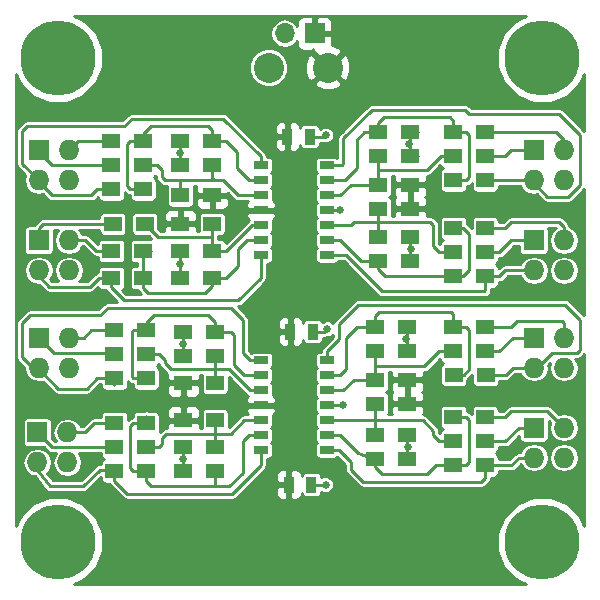
<source format=gtl>
G04 #@! TF.FileFunction,Copper,L1,Top,Signal*
%FSLAX46Y46*%
G04 Gerber Fmt 4.6, Leading zero omitted, Abs format (unit mm)*
G04 Created by KiCad (PCBNEW (after 2015-mar-04 BZR unknown)-product) date 12/20/2018 11:45:41 AM*
%MOMM*%
G01*
G04 APERTURE LIST*
%ADD10C,0.150000*%
%ADD11R,0.889000X1.397000*%
%ADD12C,6.350000*%
%ADD13R,1.270000X0.635000*%
%ADD14C,2.540000*%
%ADD15R,1.500000X1.300000*%
%ADD16R,1.727200X1.727200*%
%ADD17O,1.727200X1.727200*%
%ADD18R,1.700000X1.700000*%
%ADD19O,1.700000X1.700000*%
%ADD20C,0.635000*%
%ADD21C,0.254000*%
G04 APERTURE END LIST*
D10*
D11*
X53685500Y-52178000D03*
X55590500Y-52178000D03*
X53431500Y-35668000D03*
X55336500Y-35668000D03*
D12*
X34000000Y-29000000D03*
X75000000Y-29000000D03*
X34000000Y-70000000D03*
X75000000Y-70000000D03*
D13*
X51181000Y-38100000D03*
X51181000Y-39370000D03*
X51181000Y-40640000D03*
X51181000Y-41910000D03*
X51181000Y-43180000D03*
X51181000Y-44450000D03*
X51181000Y-45720000D03*
X56769000Y-45720000D03*
X56769000Y-44450000D03*
X56769000Y-43180000D03*
X56769000Y-41910000D03*
X56769000Y-40640000D03*
X56769000Y-39370000D03*
X56769000Y-38100000D03*
D11*
X53558500Y-65132000D03*
X55463500Y-65132000D03*
D13*
X51181000Y-54610000D03*
X51181000Y-55880000D03*
X51181000Y-57150000D03*
X51181000Y-58420000D03*
X51181000Y-59690000D03*
X51181000Y-60960000D03*
X51181000Y-62230000D03*
X56769000Y-62230000D03*
X56769000Y-60960000D03*
X56769000Y-59690000D03*
X56769000Y-58420000D03*
X56769000Y-57150000D03*
X56769000Y-55880000D03*
X56769000Y-54610000D03*
D14*
X51844000Y-29826000D03*
X56844000Y-29826000D03*
D15*
X38528000Y-38100000D03*
X41228000Y-38100000D03*
X44370000Y-38100000D03*
X47070000Y-38100000D03*
X44370000Y-36068000D03*
X47070000Y-36068000D03*
X38528000Y-36068000D03*
X41228000Y-36068000D03*
X38655000Y-43053000D03*
X41355000Y-43053000D03*
X44370000Y-45339000D03*
X47070000Y-45339000D03*
X44370000Y-47625000D03*
X47070000Y-47625000D03*
X38528000Y-45339000D03*
X41228000Y-45339000D03*
X70184000Y-45466000D03*
X67484000Y-45466000D03*
X63834000Y-44196000D03*
X61134000Y-44196000D03*
X63834000Y-46228000D03*
X61134000Y-46228000D03*
X70184000Y-43434000D03*
X67484000Y-43434000D03*
X70184000Y-37338000D03*
X67484000Y-37338000D03*
X63834000Y-37338000D03*
X61134000Y-37338000D03*
X63834000Y-35306000D03*
X61134000Y-35306000D03*
X70184000Y-35306000D03*
X67484000Y-35306000D03*
X41228000Y-47625000D03*
X38528000Y-47625000D03*
X41228000Y-40132000D03*
X38528000Y-40132000D03*
X67484000Y-39370000D03*
X70184000Y-39370000D03*
X67484000Y-47498000D03*
X70184000Y-47498000D03*
X38782000Y-54102000D03*
X41482000Y-54102000D03*
X44624000Y-54229000D03*
X47324000Y-54229000D03*
X44624000Y-52197000D03*
X47324000Y-52197000D03*
X38782000Y-52070000D03*
X41482000Y-52070000D03*
X38782000Y-61976000D03*
X41482000Y-61976000D03*
X44624000Y-61976000D03*
X47324000Y-61976000D03*
X44624000Y-64008000D03*
X47324000Y-64008000D03*
X38782000Y-59944000D03*
X41482000Y-59944000D03*
X70184000Y-61468000D03*
X67484000Y-61468000D03*
X63580000Y-60960000D03*
X60880000Y-60960000D03*
X63580000Y-62992000D03*
X60880000Y-62992000D03*
X70184000Y-59436000D03*
X67484000Y-59436000D03*
X70184000Y-53848000D03*
X67484000Y-53848000D03*
X63580000Y-53848000D03*
X60880000Y-53848000D03*
X63580000Y-51816000D03*
X60880000Y-51816000D03*
X70184000Y-51816000D03*
X67484000Y-51816000D03*
X41482000Y-64008000D03*
X38782000Y-64008000D03*
X67484000Y-63500000D03*
X70184000Y-63500000D03*
X41482000Y-56134000D03*
X38782000Y-56134000D03*
X67512000Y-55861000D03*
X70212000Y-55861000D03*
D16*
X32385000Y-36830000D03*
D17*
X34925000Y-36830000D03*
X32385000Y-39370000D03*
X34925000Y-39370000D03*
D16*
X32385000Y-44450000D03*
D17*
X34925000Y-44450000D03*
X32385000Y-46990000D03*
X34925000Y-46990000D03*
D16*
X74295000Y-36830000D03*
D17*
X76835000Y-36830000D03*
X74295000Y-39370000D03*
X76835000Y-39370000D03*
D16*
X74295000Y-44450000D03*
D17*
X76835000Y-44450000D03*
X74295000Y-46990000D03*
X76835000Y-46990000D03*
D16*
X32385000Y-52705000D03*
D17*
X34925000Y-52705000D03*
X32385000Y-55245000D03*
X34925000Y-55245000D03*
D16*
X32258000Y-60706000D03*
D17*
X34798000Y-60706000D03*
X32258000Y-63246000D03*
X34798000Y-63246000D03*
D16*
X74295000Y-60325000D03*
D17*
X76835000Y-60325000D03*
X74295000Y-62865000D03*
X76835000Y-62865000D03*
D16*
X74295000Y-52705000D03*
D17*
X76835000Y-52705000D03*
X74295000Y-55245000D03*
X76835000Y-55245000D03*
D15*
X44370000Y-40640000D03*
X47070000Y-40640000D03*
X61134000Y-39751000D03*
X63834000Y-39751000D03*
X47070000Y-43053000D03*
X44370000Y-43053000D03*
X61134000Y-41783000D03*
X63834000Y-41783000D03*
X47324000Y-56515000D03*
X44624000Y-56515000D03*
X60880000Y-56261000D03*
X63580000Y-56261000D03*
X47324000Y-59690000D03*
X44624000Y-59690000D03*
X60880000Y-58293000D03*
X63580000Y-58293000D03*
D18*
X55753000Y-26924000D03*
D19*
X53213000Y-26924000D03*
D20*
X63881000Y-45212000D03*
X63754000Y-36322000D03*
X44577000Y-62992000D03*
X44577000Y-53213000D03*
X44323000Y-46482000D03*
X44323000Y-37084000D03*
X63500000Y-52832000D03*
X63627000Y-61976000D03*
X57912000Y-41910000D03*
X56797000Y-51924000D03*
X56670000Y-65132000D03*
X56670000Y-35541000D03*
X58102500Y-58420000D03*
D21*
X63834000Y-46228000D02*
X63834000Y-45259000D01*
X63834000Y-45259000D02*
X63881000Y-45212000D01*
X63834000Y-35306000D02*
X63834000Y-36242000D01*
X63834000Y-36402000D02*
X63754000Y-36322000D01*
X63834000Y-36402000D02*
X63834000Y-37338000D01*
X63834000Y-36242000D02*
X63754000Y-36322000D01*
X44624000Y-64008000D02*
X44624000Y-63039000D01*
X44624000Y-62945000D02*
X44577000Y-62992000D01*
X44624000Y-62945000D02*
X44624000Y-61976000D01*
X44624000Y-63039000D02*
X44577000Y-62992000D01*
X44624000Y-52197000D02*
X44624000Y-53166000D01*
X44624000Y-53260000D02*
X44577000Y-53213000D01*
X44624000Y-53260000D02*
X44624000Y-54229000D01*
X44624000Y-53166000D02*
X44577000Y-53213000D01*
X44370000Y-45339000D02*
X44370000Y-46435000D01*
X44370000Y-46529000D02*
X44323000Y-46482000D01*
X44370000Y-46529000D02*
X44370000Y-47625000D01*
X44370000Y-46435000D02*
X44323000Y-46482000D01*
X44370000Y-36068000D02*
X44370000Y-37037000D01*
X44370000Y-37131000D02*
X44323000Y-37084000D01*
X44370000Y-37131000D02*
X44370000Y-38100000D01*
X44370000Y-37037000D02*
X44323000Y-37084000D01*
X63580000Y-51816000D02*
X63580000Y-52752000D01*
X63580000Y-52912000D02*
X63500000Y-52832000D01*
X63580000Y-52912000D02*
X63580000Y-53848000D01*
X63580000Y-52752000D02*
X63500000Y-52832000D01*
X63580000Y-62992000D02*
X63580000Y-62023000D01*
X63580000Y-62023000D02*
X63627000Y-61976000D01*
X44370000Y-47625000D02*
X44069000Y-47625000D01*
X44370000Y-45339000D02*
X44069000Y-45339000D01*
X44370000Y-47625000D02*
X43942000Y-47625000D01*
X63834000Y-44196000D02*
X63834000Y-46228000D01*
X63580000Y-60960000D02*
X63580000Y-62992000D01*
X44624000Y-54229000D02*
X44069000Y-54229000D01*
X44370000Y-36068000D02*
X43942000Y-36068000D01*
X44370000Y-38100000D02*
X43942000Y-38100000D01*
X56769000Y-41910000D02*
X57912000Y-41910000D01*
X55590500Y-52178000D02*
X56543000Y-52178000D01*
X56543000Y-52178000D02*
X56797000Y-51924000D01*
X55463500Y-65132000D02*
X56670000Y-65132000D01*
X55336500Y-35668000D02*
X56543000Y-35668000D01*
X56543000Y-35668000D02*
X56670000Y-35541000D01*
X56769000Y-58420000D02*
X58102500Y-58420000D01*
X44370000Y-45466000D02*
X43815000Y-45466000D01*
X44624000Y-64008000D02*
X44323000Y-64008000D01*
X44624000Y-61976000D02*
X44069000Y-61976000D01*
X63834000Y-37338000D02*
X64516000Y-37338000D01*
X63834000Y-35306000D02*
X64516000Y-35306000D01*
X63580000Y-53848000D02*
X64135000Y-53848000D01*
X63580000Y-51816000D02*
X64135000Y-51816000D01*
X51181000Y-44450000D02*
X50038000Y-44450000D01*
X41228000Y-47625000D02*
X41228000Y-48466998D01*
X47070000Y-48307000D02*
X47070000Y-47625000D01*
X46482000Y-48895000D02*
X47070000Y-48307000D01*
X41656002Y-48895000D02*
X46482000Y-48895000D01*
X41228000Y-48466998D02*
X41656002Y-48895000D01*
X41228000Y-45339000D02*
X41910000Y-45339000D01*
X41228000Y-47625000D02*
X41228000Y-45339000D01*
X50038000Y-44450000D02*
X51181000Y-44450000D01*
X48260000Y-47625000D02*
X49276000Y-46609000D01*
X49276000Y-46609000D02*
X49276000Y-45212000D01*
X49276000Y-45212000D02*
X50038000Y-44450000D01*
X47070000Y-47625000D02*
X48260000Y-47625000D01*
X60960000Y-37164000D02*
X61134000Y-37338000D01*
X61134000Y-38481000D02*
X61134000Y-37338000D01*
X61134000Y-39370000D02*
X61134000Y-38481000D01*
X65278000Y-38481000D02*
X66421000Y-37338000D01*
X66421000Y-37338000D02*
X67484000Y-37338000D01*
X61134000Y-38481000D02*
X65278000Y-38481000D01*
X57912000Y-40640000D02*
X58801000Y-39751000D01*
X58801000Y-39751000D02*
X61134000Y-39751000D01*
X56769000Y-40640000D02*
X57912000Y-40640000D01*
X32385000Y-36830000D02*
X32385000Y-36957000D01*
X32385000Y-36957000D02*
X33528000Y-38100000D01*
X33528000Y-38100000D02*
X38528000Y-38100000D01*
X34925000Y-36830000D02*
X35560000Y-36830000D01*
X35687000Y-36068000D02*
X34925000Y-36830000D01*
X38528000Y-36068000D02*
X35687000Y-36068000D01*
X51181000Y-38100000D02*
X51181000Y-37338000D01*
X30988000Y-37973000D02*
X32385000Y-39370000D01*
X30988000Y-35179000D02*
X30988000Y-37973000D01*
X48006000Y-34163000D02*
X40894000Y-34163000D01*
X51181000Y-37338000D02*
X48006000Y-34163000D01*
X38528000Y-40132000D02*
X38528000Y-40306000D01*
X38528000Y-40132000D02*
X38528000Y-40560000D01*
X32385000Y-39370000D02*
X32385000Y-39497000D01*
X32385000Y-39497000D02*
X33528000Y-40640000D01*
X37338000Y-40132000D02*
X38528000Y-40132000D01*
X36830000Y-40640000D02*
X37338000Y-40132000D01*
X33528000Y-40640000D02*
X36830000Y-40640000D01*
X32385000Y-39370000D02*
X32512000Y-39370000D01*
X32385000Y-40005000D02*
X32385000Y-39370000D01*
X40259000Y-34163000D02*
X39624000Y-34798000D01*
X39624000Y-34798000D02*
X31369000Y-34798000D01*
X31369000Y-34798000D02*
X30988000Y-35179000D01*
X40894000Y-34163000D02*
X40259000Y-34163000D01*
X32385000Y-44450000D02*
X32385000Y-43434000D01*
X32385000Y-44450000D02*
X32512000Y-44450000D01*
X32385000Y-43434000D02*
X32385000Y-44450000D01*
X32766000Y-43053000D02*
X32385000Y-43434000D01*
X38655000Y-43053000D02*
X32766000Y-43053000D01*
X38528000Y-45339000D02*
X37211000Y-45339000D01*
X36322000Y-44450000D02*
X34925000Y-44450000D01*
X37211000Y-45339000D02*
X36322000Y-44450000D01*
X34963000Y-44450000D02*
X34925000Y-44450000D01*
X38528000Y-47625000D02*
X38528000Y-48434000D01*
X51181000Y-47625000D02*
X51181000Y-45720000D01*
X49276000Y-49530000D02*
X51181000Y-47625000D01*
X39624000Y-49530000D02*
X49276000Y-49530000D01*
X38528000Y-48434000D02*
X39624000Y-49530000D01*
X32385000Y-46990000D02*
X32385000Y-47498000D01*
X32385000Y-47498000D02*
X33274000Y-48387000D01*
X33274000Y-48387000D02*
X36703000Y-48387000D01*
X36703000Y-48387000D02*
X37465000Y-47625000D01*
X37465000Y-47625000D02*
X38528000Y-47625000D01*
X51181000Y-45720000D02*
X51054000Y-45720000D01*
X32385000Y-52705000D02*
X33655000Y-53975000D01*
X33655000Y-53975000D02*
X38655000Y-53975000D01*
X38655000Y-53975000D02*
X38782000Y-54102000D01*
X34925000Y-52705000D02*
X36195000Y-52705000D01*
X36830000Y-52070000D02*
X38782000Y-52070000D01*
X36195000Y-52705000D02*
X36830000Y-52070000D01*
X32385000Y-55245000D02*
X32385000Y-55372000D01*
X32385000Y-55372000D02*
X34036000Y-57023000D01*
X37338000Y-56134000D02*
X38782000Y-56134000D01*
X36449000Y-57023000D02*
X37338000Y-56134000D01*
X34036000Y-57023000D02*
X36449000Y-57023000D01*
X38782000Y-56134000D02*
X38782000Y-56689000D01*
X31877000Y-55245000D02*
X32385000Y-55245000D01*
X50292000Y-54610000D02*
X49657000Y-53975000D01*
X49657000Y-53975000D02*
X49657000Y-51181000D01*
X49657000Y-51181000D02*
X48641000Y-50165000D01*
X48641000Y-50165000D02*
X45212000Y-50165000D01*
X30988000Y-51435000D02*
X30988000Y-54356000D01*
X30988000Y-54356000D02*
X31877000Y-55245000D01*
X51181000Y-54610000D02*
X50292000Y-54610000D01*
X38227000Y-50165000D02*
X37592000Y-50800000D01*
X37592000Y-50800000D02*
X31623000Y-50800000D01*
X31623000Y-50800000D02*
X30988000Y-51435000D01*
X45212000Y-50165000D02*
X38227000Y-50165000D01*
X33528000Y-61976000D02*
X38782000Y-61976000D01*
X32258000Y-60706000D02*
X33528000Y-61976000D01*
X37084000Y-59944000D02*
X36322000Y-60706000D01*
X36322000Y-60706000D02*
X34798000Y-60706000D01*
X38782000Y-59944000D02*
X37084000Y-59944000D01*
X37528500Y-63881000D02*
X38845500Y-63881000D01*
X36131500Y-65278000D02*
X37528500Y-63881000D01*
X32321500Y-63119000D02*
X32321500Y-64008000D01*
X33337500Y-65278000D02*
X36131500Y-65278000D01*
X32321500Y-64008000D02*
X33337500Y-65278000D01*
X32321500Y-63119000D02*
X32448500Y-63119000D01*
X32321500Y-63119000D02*
X32321500Y-63246000D01*
X38782000Y-64817000D02*
X39878000Y-65913000D01*
X39878000Y-65913000D02*
X48768000Y-65913000D01*
X48768000Y-65913000D02*
X51181000Y-63500000D01*
X51181000Y-63500000D02*
X51181000Y-62230000D01*
X38782000Y-64008000D02*
X38782000Y-64817000D01*
X70184000Y-37338000D02*
X71882000Y-37338000D01*
X71882000Y-37338000D02*
X72390000Y-36830000D01*
X72390000Y-36830000D02*
X74295000Y-36830000D01*
X76835000Y-35941000D02*
X76835000Y-36830000D01*
X76835000Y-36830000D02*
X76835000Y-36957000D01*
X70184000Y-35306000D02*
X76200000Y-35306000D01*
X76200000Y-35306000D02*
X76835000Y-35941000D01*
X74295000Y-39370000D02*
X70184000Y-39370000D01*
X58039000Y-38100000D02*
X58166000Y-37973000D01*
X56769000Y-38100000D02*
X58039000Y-38100000D01*
X75438000Y-40767000D02*
X77216000Y-40767000D01*
X77216000Y-40767000D02*
X78232000Y-39751000D01*
X78232000Y-39751000D02*
X78232000Y-35560000D01*
X78232000Y-35560000D02*
X76454000Y-33782000D01*
X76454000Y-33782000D02*
X68834000Y-33782000D01*
X68834000Y-33782000D02*
X68453000Y-33401000D01*
X68453000Y-33401000D02*
X60579000Y-33401000D01*
X60579000Y-33401000D02*
X58166000Y-35814000D01*
X58166000Y-35814000D02*
X58166000Y-37973000D01*
X74295000Y-39624000D02*
X75438000Y-40767000D01*
X74295000Y-39370000D02*
X74295000Y-39624000D01*
X70184000Y-45466000D02*
X71374000Y-45466000D01*
X72390000Y-44450000D02*
X74295000Y-44450000D01*
X71374000Y-45466000D02*
X72390000Y-44450000D01*
X76835000Y-43307000D02*
X76835000Y-44450000D01*
X76835000Y-45085000D02*
X76835000Y-44450000D01*
X70184000Y-43434000D02*
X71882000Y-43434000D01*
X76454000Y-42926000D02*
X76835000Y-43307000D01*
X72390000Y-42926000D02*
X76454000Y-42926000D01*
X71882000Y-43434000D02*
X72390000Y-42926000D01*
X56769000Y-45720000D02*
X58420000Y-45720000D01*
X58420000Y-45720000D02*
X61468000Y-48768000D01*
X71374000Y-47498000D02*
X71882000Y-46990000D01*
X71882000Y-46990000D02*
X74295000Y-46990000D01*
X74295000Y-46990000D02*
X73561000Y-47225000D01*
X61468000Y-48768000D02*
X70104000Y-48768000D01*
X70184000Y-48688000D02*
X70184000Y-47498000D01*
X70104000Y-48768000D02*
X70184000Y-48688000D01*
X70184000Y-47498000D02*
X70184000Y-47926000D01*
X70184000Y-47498000D02*
X71374000Y-47498000D01*
X70184000Y-53848000D02*
X71374000Y-53848000D01*
X71374000Y-53848000D02*
X72517000Y-52705000D01*
X72517000Y-52705000D02*
X74295000Y-52705000D01*
X76835000Y-51435000D02*
X76835000Y-52705000D01*
X76835000Y-52959000D02*
X76835000Y-52705000D01*
X70184000Y-51816000D02*
X72390000Y-51816000D01*
X76708000Y-51308000D02*
X76835000Y-51435000D01*
X72898000Y-51308000D02*
X76708000Y-51308000D01*
X72390000Y-51816000D02*
X72898000Y-51308000D01*
X70212000Y-55861000D02*
X71901000Y-55861000D01*
X72517000Y-55245000D02*
X74295000Y-55245000D01*
X71901000Y-55861000D02*
X72517000Y-55245000D01*
X73933000Y-55607000D02*
X74295000Y-55245000D01*
X56896000Y-53721000D02*
X56769000Y-53848000D01*
X56769000Y-53848000D02*
X56769000Y-54610000D01*
X75819000Y-53975000D02*
X77978000Y-53975000D01*
X77978000Y-53975000D02*
X78232000Y-53721000D01*
X78232000Y-53721000D02*
X78232000Y-51181000D01*
X78232000Y-51181000D02*
X76962000Y-49911000D01*
X76962000Y-49911000D02*
X59436000Y-49911000D01*
X59436000Y-49911000D02*
X57785000Y-51562000D01*
X57785000Y-51562000D02*
X57785000Y-52832000D01*
X57785000Y-52832000D02*
X56896000Y-53721000D01*
X74549000Y-55245000D02*
X75819000Y-53975000D01*
X74295000Y-55245000D02*
X74549000Y-55245000D01*
X74295000Y-60325000D02*
X73025000Y-60325000D01*
X71882000Y-61468000D02*
X70184000Y-61468000D01*
X73025000Y-60325000D02*
X71882000Y-61468000D01*
X75438000Y-58928000D02*
X76835000Y-60325000D01*
X76835000Y-60325000D02*
X76835000Y-60579000D01*
X70184000Y-59436000D02*
X71882000Y-59436000D01*
X72390000Y-58928000D02*
X75438000Y-58928000D01*
X71882000Y-59436000D02*
X72390000Y-58928000D01*
X73025000Y-62865000D02*
X72390000Y-63500000D01*
X74295000Y-62865000D02*
X73025000Y-62865000D01*
X72390000Y-63500000D02*
X70184000Y-63500000D01*
X57785000Y-62230000D02*
X58801000Y-63246000D01*
X58801000Y-63246000D02*
X58801000Y-63881000D01*
X58801000Y-63881000D02*
X59817000Y-64897000D01*
X59817000Y-64897000D02*
X69850000Y-64897000D01*
X69850000Y-64897000D02*
X70184000Y-64563000D01*
X70184000Y-64563000D02*
X70184000Y-63500000D01*
X56769000Y-62230000D02*
X57785000Y-62230000D01*
X68580000Y-51816000D02*
X67484000Y-51816000D01*
X67512000Y-55861000D02*
X68345000Y-55861000D01*
X68834000Y-52070000D02*
X68580000Y-51816000D01*
X68834000Y-55372000D02*
X68834000Y-52070000D01*
X68345000Y-55861000D02*
X68834000Y-55372000D01*
X67484000Y-50720000D02*
X67310000Y-50546000D01*
X67310000Y-50546000D02*
X61214000Y-50546000D01*
X61214000Y-50546000D02*
X60880000Y-50880000D01*
X60880000Y-50880000D02*
X60880000Y-51816000D01*
X67484000Y-51816000D02*
X67484000Y-50720000D01*
X57912000Y-55880000D02*
X58420000Y-55372000D01*
X58420000Y-55372000D02*
X58420000Y-52705000D01*
X58420000Y-52705000D02*
X59309000Y-51816000D01*
X59309000Y-51816000D02*
X60880000Y-51816000D01*
X56769000Y-55880000D02*
X57912000Y-55880000D01*
X48260000Y-36068000D02*
X47070000Y-36068000D01*
X41228000Y-36068000D02*
X41228000Y-35480000D01*
X41228000Y-35480000D02*
X41910000Y-34798000D01*
X47070000Y-35132000D02*
X47070000Y-36068000D01*
X46736000Y-34798000D02*
X47070000Y-35132000D01*
X41910000Y-34798000D02*
X46736000Y-34798000D01*
X47070000Y-36068000D02*
X47752000Y-36068000D01*
X41228000Y-40132000D02*
X40132000Y-40132000D01*
X40132000Y-36068000D02*
X41228000Y-36068000D01*
X39878000Y-36322000D02*
X40132000Y-36068000D01*
X39878000Y-39878000D02*
X39878000Y-36322000D01*
X40132000Y-40132000D02*
X39878000Y-39878000D01*
X48260000Y-36068000D02*
X47070000Y-36068000D01*
X50165000Y-39370000D02*
X49149000Y-38354000D01*
X49149000Y-38354000D02*
X49149000Y-36957000D01*
X49149000Y-36957000D02*
X48260000Y-36068000D01*
X51181000Y-39370000D02*
X50165000Y-39370000D01*
X44370000Y-40640000D02*
X44370000Y-39370000D01*
X51181000Y-40640000D02*
X49276000Y-40640000D01*
X48006000Y-39370000D02*
X47244000Y-39370000D01*
X49276000Y-40640000D02*
X48006000Y-39370000D01*
X44450000Y-39370000D02*
X47244000Y-39370000D01*
X44370000Y-39370000D02*
X44450000Y-39370000D01*
X47070000Y-39196000D02*
X47070000Y-38100000D01*
X47244000Y-39370000D02*
X47070000Y-39196000D01*
X43053000Y-39370000D02*
X42799000Y-39116000D01*
X42799000Y-39116000D02*
X42799000Y-38481000D01*
X42799000Y-38481000D02*
X42418000Y-38100000D01*
X42418000Y-38100000D02*
X41228000Y-38100000D01*
X44450000Y-39370000D02*
X43053000Y-39370000D01*
X60880000Y-59690000D02*
X56769000Y-59690000D01*
X64897000Y-59690000D02*
X60880000Y-59690000D01*
X65786000Y-60579000D02*
X64897000Y-59690000D01*
X65786000Y-60960000D02*
X65786000Y-60579000D01*
X66294000Y-61468000D02*
X65786000Y-60960000D01*
X67484000Y-61468000D02*
X66294000Y-61468000D01*
X60880000Y-60960000D02*
X60880000Y-59690000D01*
X60880000Y-58293000D02*
X60880000Y-59690000D01*
X47070000Y-44196000D02*
X47070000Y-43053000D01*
X47070000Y-45339000D02*
X47070000Y-44196000D01*
X41355000Y-43053000D02*
X41529000Y-43053000D01*
X42498000Y-44196000D02*
X41355000Y-43053000D01*
X47070000Y-44196000D02*
X42498000Y-44196000D01*
X47070000Y-45339000D02*
X48260000Y-45339000D01*
X48260000Y-45339000D02*
X47070000Y-45339000D01*
X50419000Y-43180000D02*
X48260000Y-45339000D01*
X51181000Y-43180000D02*
X50419000Y-43180000D01*
X47324000Y-52197000D02*
X48641000Y-52197000D01*
X48641000Y-52197000D02*
X48895000Y-52451000D01*
X47324000Y-51388000D02*
X47324000Y-52197000D01*
X46736000Y-50800000D02*
X47324000Y-51388000D01*
X47324000Y-52197000D02*
X47879000Y-52197000D01*
X49784000Y-55880000D02*
X51181000Y-55880000D01*
X48895000Y-52451000D02*
X48895000Y-54991000D01*
X48895000Y-54991000D02*
X49784000Y-55880000D01*
X47324000Y-52197000D02*
X47752000Y-52197000D01*
X42164000Y-50800000D02*
X46736000Y-50800000D01*
X41482000Y-51482000D02*
X42164000Y-50800000D01*
X41482000Y-52070000D02*
X40386000Y-52070000D01*
X40386000Y-52070000D02*
X40259000Y-52197000D01*
X41482000Y-52070000D02*
X40767000Y-52070000D01*
X40259000Y-52197000D02*
X40259000Y-56007000D01*
X40386000Y-56134000D02*
X41482000Y-56134000D01*
X40259000Y-56007000D02*
X40386000Y-56134000D01*
X51181000Y-55880000D02*
X50927000Y-55880000D01*
X41482000Y-52070000D02*
X41482000Y-51482000D01*
X47324000Y-54229000D02*
X47324000Y-55372000D01*
X41482000Y-54102000D02*
X42545000Y-54102000D01*
X43561000Y-55372000D02*
X47324000Y-55372000D01*
X42545000Y-54102000D02*
X43053000Y-54610000D01*
X43053000Y-54610000D02*
X43053000Y-54864000D01*
X43053000Y-54864000D02*
X43561000Y-55372000D01*
X50292000Y-57150000D02*
X51181000Y-57150000D01*
X48514000Y-55372000D02*
X50292000Y-57150000D01*
X47324000Y-55372000D02*
X48514000Y-55372000D01*
X47324000Y-56515000D02*
X47324000Y-55372000D01*
X41482000Y-59944000D02*
X41482000Y-59356000D01*
X40386000Y-64008000D02*
X40132000Y-63754000D01*
X40132000Y-63754000D02*
X40132000Y-60198000D01*
X40132000Y-60198000D02*
X40386000Y-59944000D01*
X40386000Y-59944000D02*
X41482000Y-59944000D01*
X41482000Y-64008000D02*
X40386000Y-64008000D01*
X41482000Y-64850000D02*
X41910000Y-65278000D01*
X47324000Y-65278000D02*
X48514000Y-65278000D01*
X41910000Y-65278000D02*
X47324000Y-65278000D01*
X48514000Y-65278000D02*
X49657000Y-64135000D01*
X49657000Y-64135000D02*
X49657000Y-61468000D01*
X49657000Y-61468000D02*
X50165000Y-60960000D01*
X50165000Y-60960000D02*
X51181000Y-60960000D01*
X41482000Y-64008000D02*
X41482000Y-64850000D01*
X47324000Y-64008000D02*
X47324000Y-65278000D01*
X47324000Y-59690000D02*
X47451000Y-59563000D01*
X48641000Y-60833000D02*
X49784000Y-59690000D01*
X47324000Y-60833000D02*
X48641000Y-60833000D01*
X49784000Y-59690000D02*
X51181000Y-59690000D01*
X43180000Y-60833000D02*
X47324000Y-60833000D01*
X42799000Y-61214000D02*
X43180000Y-60833000D01*
X42799000Y-61722000D02*
X42799000Y-61214000D01*
X42545000Y-61976000D02*
X42799000Y-61722000D01*
X41482000Y-61976000D02*
X42545000Y-61976000D01*
X47324000Y-59690000D02*
X47324000Y-60833000D01*
X47324000Y-61976000D02*
X47324000Y-60833000D01*
X68580000Y-35306000D02*
X67484000Y-35306000D01*
X67484000Y-39370000D02*
X68580000Y-39370000D01*
X68834000Y-35560000D02*
X68580000Y-35306000D01*
X68834000Y-39116000D02*
X68834000Y-35560000D01*
X68580000Y-39370000D02*
X68834000Y-39116000D01*
X61134000Y-34497000D02*
X61134000Y-35306000D01*
X61595000Y-34036000D02*
X61134000Y-34497000D01*
X67183000Y-34036000D02*
X61595000Y-34036000D01*
X67484000Y-34337000D02*
X67183000Y-34036000D01*
X67484000Y-35306000D02*
X67484000Y-34337000D01*
X58293000Y-39370000D02*
X59309000Y-38354000D01*
X59309000Y-38354000D02*
X59309000Y-35941000D01*
X59309000Y-35941000D02*
X59944000Y-35306000D01*
X59944000Y-35306000D02*
X61134000Y-35306000D01*
X56769000Y-39370000D02*
X58293000Y-39370000D01*
X65786000Y-44958000D02*
X65786000Y-43180000D01*
X65786000Y-43180000D02*
X65532000Y-42926000D01*
X67484000Y-45466000D02*
X66294000Y-45466000D01*
X66294000Y-45466000D02*
X65786000Y-44958000D01*
X67484000Y-45466000D02*
X66802000Y-45466000D01*
X56769000Y-43180000D02*
X58801000Y-43180000D01*
X59055000Y-42926000D02*
X58801000Y-43180000D01*
X61134000Y-42926000D02*
X59055000Y-42926000D01*
X65532000Y-42926000D02*
X61134000Y-42926000D01*
X61134000Y-44196000D02*
X61134000Y-42926000D01*
X61134000Y-41783000D02*
X61134000Y-42926000D01*
X67484000Y-47498000D02*
X61722000Y-47498000D01*
X61722000Y-47498000D02*
X61134000Y-46910000D01*
X67484000Y-47498000D02*
X68326000Y-47498000D01*
X68834000Y-43942000D02*
X68326000Y-43434000D01*
X68834000Y-46990000D02*
X68834000Y-43942000D01*
X68326000Y-47498000D02*
X68834000Y-46990000D01*
X68326000Y-43434000D02*
X67484000Y-43434000D01*
X67230000Y-43180000D02*
X67484000Y-43434000D01*
X61134000Y-46910000D02*
X61134000Y-46228000D01*
X56769000Y-44450000D02*
X57912000Y-44450000D01*
X57912000Y-44450000D02*
X59690000Y-46228000D01*
X59690000Y-46228000D02*
X61134000Y-46228000D01*
X67484000Y-53848000D02*
X66802000Y-53848000D01*
X60753000Y-56007000D02*
X60880000Y-55880000D01*
X60880000Y-55118000D02*
X60880000Y-53848000D01*
X60880000Y-56261000D02*
X60880000Y-55118000D01*
X58166000Y-57150000D02*
X59055000Y-56261000D01*
X59055000Y-56261000D02*
X60880000Y-56261000D01*
X56769000Y-57150000D02*
X58166000Y-57150000D01*
X65024000Y-55118000D02*
X66294000Y-53848000D01*
X66294000Y-53848000D02*
X67484000Y-53848000D01*
X60880000Y-55118000D02*
X65024000Y-55118000D01*
X59436000Y-62484000D02*
X60880000Y-62992000D01*
X60880000Y-63674000D02*
X60880000Y-62992000D01*
X67484000Y-63500000D02*
X66040000Y-63500000D01*
X61468000Y-64262000D02*
X60880000Y-63674000D01*
X65278000Y-64262000D02*
X61468000Y-64262000D01*
X66040000Y-63500000D02*
X65278000Y-64262000D01*
X67484000Y-63500000D02*
X68580000Y-63500000D01*
X68834000Y-59690000D02*
X68580000Y-59436000D01*
X68834000Y-63246000D02*
X68834000Y-59690000D01*
X68580000Y-63500000D02*
X68834000Y-63246000D01*
X68580000Y-59436000D02*
X67484000Y-59436000D01*
X56769000Y-60960000D02*
X57912000Y-60960000D01*
X57912000Y-60960000D02*
X59436000Y-62484000D01*
G36*
X78569000Y-68660607D02*
X78231844Y-67844628D01*
X78103983Y-67716543D01*
X78103983Y-62865000D01*
X78009243Y-62388712D01*
X77739448Y-61984935D01*
X77335671Y-61715140D01*
X76859383Y-61620400D01*
X76810617Y-61620400D01*
X76334329Y-61715140D01*
X75930552Y-61984935D01*
X75660757Y-62388712D01*
X75566017Y-62865000D01*
X75660757Y-63341288D01*
X75930552Y-63745065D01*
X76334329Y-64014860D01*
X76810617Y-64109600D01*
X76859383Y-64109600D01*
X77335671Y-64014860D01*
X77739448Y-63745065D01*
X78009243Y-63341288D01*
X78103983Y-62865000D01*
X78103983Y-67716543D01*
X77161009Y-66771923D01*
X75761181Y-66190663D01*
X74245469Y-66189340D01*
X72844628Y-66768156D01*
X71771923Y-67838991D01*
X71190663Y-69238819D01*
X71189340Y-70754531D01*
X71768156Y-72155372D01*
X72838991Y-73228077D01*
X73660023Y-73569000D01*
X57368621Y-73569000D01*
X57368621Y-64993669D01*
X57262504Y-64736849D01*
X57066185Y-64540186D01*
X56809550Y-64433622D01*
X56531669Y-64433379D01*
X56296464Y-64530564D01*
X56296464Y-64433500D01*
X56268278Y-64288226D01*
X56184404Y-64160544D01*
X56057784Y-64075074D01*
X55908000Y-64045036D01*
X55019000Y-64045036D01*
X54873726Y-64073222D01*
X54746044Y-64157096D01*
X54660574Y-64283716D01*
X54638000Y-64396280D01*
X54638000Y-64307190D01*
X54541327Y-64073801D01*
X54362698Y-63895173D01*
X54129309Y-63798500D01*
X53844250Y-63798500D01*
X53685500Y-63957250D01*
X53685500Y-65005000D01*
X53705500Y-65005000D01*
X53705500Y-65259000D01*
X53685500Y-65259000D01*
X53685500Y-66306750D01*
X53844250Y-66465500D01*
X54129309Y-66465500D01*
X54362698Y-66368827D01*
X54541327Y-66190199D01*
X54638000Y-65956810D01*
X54638000Y-65868970D01*
X54658722Y-65975774D01*
X54742596Y-66103456D01*
X54869216Y-66188926D01*
X55019000Y-66218964D01*
X55908000Y-66218964D01*
X56053274Y-66190778D01*
X56180956Y-66106904D01*
X56266426Y-65980284D01*
X56296464Y-65830500D01*
X56296464Y-65733218D01*
X56530450Y-65830378D01*
X56808331Y-65830621D01*
X57065151Y-65724504D01*
X57261814Y-65528185D01*
X57368378Y-65271550D01*
X57368621Y-64993669D01*
X57368621Y-73569000D01*
X53558500Y-73569000D01*
X53558500Y-53352750D01*
X53558500Y-52305000D01*
X53558500Y-52051000D01*
X53558500Y-51003250D01*
X53495286Y-50940036D01*
X53495286Y-29499037D01*
X53244466Y-28892005D01*
X52780437Y-28427166D01*
X52173845Y-28175287D01*
X51517037Y-28174714D01*
X50910005Y-28425534D01*
X50445166Y-28889563D01*
X50193287Y-29496155D01*
X50192714Y-30152963D01*
X50443534Y-30759995D01*
X50907563Y-31224834D01*
X51514155Y-31476713D01*
X52170963Y-31477286D01*
X52777995Y-31226466D01*
X53242834Y-30762437D01*
X53494713Y-30155845D01*
X53495286Y-29499037D01*
X53495286Y-50940036D01*
X53399750Y-50844500D01*
X53304500Y-50844500D01*
X53304500Y-36842750D01*
X53304500Y-35795000D01*
X53304500Y-35541000D01*
X53304500Y-34493250D01*
X53145750Y-34334500D01*
X52860691Y-34334500D01*
X52627302Y-34431173D01*
X52448673Y-34609801D01*
X52352000Y-34843190D01*
X52352000Y-35095809D01*
X52352000Y-35382250D01*
X52510750Y-35541000D01*
X53304500Y-35541000D01*
X53304500Y-35795000D01*
X52510750Y-35795000D01*
X52352000Y-35953750D01*
X52352000Y-36240191D01*
X52352000Y-36492810D01*
X52448673Y-36726199D01*
X52627302Y-36904827D01*
X52860691Y-37001500D01*
X53145750Y-37001500D01*
X53304500Y-36842750D01*
X53304500Y-50844500D01*
X53114691Y-50844500D01*
X52881302Y-50941173D01*
X52702673Y-51119801D01*
X52606000Y-51353190D01*
X52606000Y-51605809D01*
X52606000Y-51892250D01*
X52764750Y-52051000D01*
X53558500Y-52051000D01*
X53558500Y-52305000D01*
X52764750Y-52305000D01*
X52606000Y-52463750D01*
X52606000Y-52750191D01*
X52606000Y-53002810D01*
X52702673Y-53236199D01*
X52881302Y-53414827D01*
X53114691Y-53511500D01*
X53399750Y-53511500D01*
X53558500Y-53352750D01*
X53558500Y-73569000D01*
X53431500Y-73569000D01*
X53431500Y-66306750D01*
X53431500Y-65259000D01*
X53431500Y-65005000D01*
X53431500Y-63957250D01*
X53272750Y-63798500D01*
X52987691Y-63798500D01*
X52754302Y-63895173D01*
X52575673Y-64073801D01*
X52479000Y-64307190D01*
X52479000Y-64559809D01*
X52479000Y-64846250D01*
X52637750Y-65005000D01*
X53431500Y-65005000D01*
X53431500Y-65259000D01*
X52637750Y-65259000D01*
X52479000Y-65417750D01*
X52479000Y-65704191D01*
X52479000Y-65956810D01*
X52575673Y-66190199D01*
X52754302Y-66368827D01*
X52987691Y-66465500D01*
X53272750Y-66465500D01*
X53431500Y-66306750D01*
X53431500Y-73569000D01*
X52451000Y-73569000D01*
X52451000Y-58863809D01*
X52451000Y-58705750D01*
X52451000Y-58134250D01*
X52451000Y-57976191D01*
X52354327Y-57742802D01*
X52183510Y-57571984D01*
X52204464Y-57467500D01*
X52204464Y-56832500D01*
X52176278Y-56687226D01*
X52092404Y-56559544D01*
X52026404Y-56514993D01*
X52088956Y-56473904D01*
X52174426Y-56347284D01*
X52204464Y-56197500D01*
X52204464Y-55562500D01*
X52176278Y-55417226D01*
X52092404Y-55289544D01*
X52026404Y-55244993D01*
X52088956Y-55203904D01*
X52174426Y-55077284D01*
X52204464Y-54927500D01*
X52204464Y-54292500D01*
X52176278Y-54147226D01*
X52092404Y-54019544D01*
X51965784Y-53934074D01*
X51816000Y-53904036D01*
X50546000Y-53904036D01*
X50400726Y-53932222D01*
X50359635Y-53959214D01*
X50165000Y-53764579D01*
X50165000Y-51181000D01*
X50126331Y-50986597D01*
X50016210Y-50821790D01*
X49232420Y-50038000D01*
X49276000Y-50038000D01*
X49470403Y-49999331D01*
X49635210Y-49889210D01*
X51540210Y-47984210D01*
X51650331Y-47819403D01*
X51689000Y-47625000D01*
X51689000Y-46425964D01*
X51816000Y-46425964D01*
X51961274Y-46397778D01*
X52088956Y-46313904D01*
X52174426Y-46187284D01*
X52204464Y-46037500D01*
X52204464Y-45402500D01*
X52176278Y-45257226D01*
X52092404Y-45129544D01*
X52026404Y-45084993D01*
X52088956Y-45043904D01*
X52174426Y-44917284D01*
X52204464Y-44767500D01*
X52204464Y-44132500D01*
X52176278Y-43987226D01*
X52092404Y-43859544D01*
X52026404Y-43814993D01*
X52088956Y-43773904D01*
X52174426Y-43647284D01*
X52204464Y-43497500D01*
X52204464Y-42862500D01*
X52184081Y-42757444D01*
X52354327Y-42587198D01*
X52451000Y-42353809D01*
X52451000Y-42195750D01*
X52451000Y-41624250D01*
X52451000Y-41466191D01*
X52354327Y-41232802D01*
X52183510Y-41061984D01*
X52204464Y-40957500D01*
X52204464Y-40322500D01*
X52176278Y-40177226D01*
X52092404Y-40049544D01*
X52026404Y-40004993D01*
X52088956Y-39963904D01*
X52174426Y-39837284D01*
X52204464Y-39687500D01*
X52204464Y-39052500D01*
X52176278Y-38907226D01*
X52092404Y-38779544D01*
X52026404Y-38734993D01*
X52088956Y-38693904D01*
X52174426Y-38567284D01*
X52204464Y-38417500D01*
X52204464Y-37782500D01*
X52176278Y-37637226D01*
X52092404Y-37509544D01*
X51965784Y-37424074D01*
X51816000Y-37394036D01*
X51689000Y-37394036D01*
X51689000Y-37338000D01*
X51650331Y-37143597D01*
X51540210Y-36978790D01*
X48365210Y-33803790D01*
X48200403Y-33693669D01*
X48006000Y-33655000D01*
X40894000Y-33655000D01*
X40259000Y-33655000D01*
X40064597Y-33693669D01*
X39899790Y-33803789D01*
X39413579Y-34290000D01*
X31369000Y-34290000D01*
X31206849Y-34322253D01*
X31174596Y-34328669D01*
X31009789Y-34438790D01*
X30628790Y-34819790D01*
X30518669Y-34984597D01*
X30480000Y-35179000D01*
X30480000Y-37973000D01*
X30518669Y-38167403D01*
X30628790Y-38332210D01*
X31207361Y-38910781D01*
X31116017Y-39370000D01*
X31210757Y-39846288D01*
X31480552Y-40250065D01*
X31884329Y-40519860D01*
X32360617Y-40614600D01*
X32409383Y-40614600D01*
X32721996Y-40552416D01*
X33168790Y-40999210D01*
X33333596Y-41109331D01*
X33333597Y-41109331D01*
X33528000Y-41148000D01*
X36830000Y-41148000D01*
X37024403Y-41109331D01*
X37189210Y-40999210D01*
X37392279Y-40796140D01*
X37417722Y-40927274D01*
X37501596Y-41054956D01*
X37628216Y-41140426D01*
X37778000Y-41170464D01*
X39278000Y-41170464D01*
X39423274Y-41142278D01*
X39550956Y-41058404D01*
X39636426Y-40931784D01*
X39666464Y-40782000D01*
X39666464Y-40384884D01*
X39772790Y-40491210D01*
X39937596Y-40601331D01*
X39937597Y-40601331D01*
X39969849Y-40607746D01*
X40089536Y-40631553D01*
X40089536Y-40782000D01*
X40117722Y-40927274D01*
X40201596Y-41054956D01*
X40328216Y-41140426D01*
X40478000Y-41170464D01*
X41978000Y-41170464D01*
X42123274Y-41142278D01*
X42250956Y-41058404D01*
X42336426Y-40931784D01*
X42366464Y-40782000D01*
X42366464Y-39482000D01*
X42338278Y-39336726D01*
X42254404Y-39209044D01*
X42127784Y-39123574D01*
X42091868Y-39116371D01*
X42123274Y-39110278D01*
X42250956Y-39026404D01*
X42291000Y-38967080D01*
X42291000Y-39116000D01*
X42329669Y-39310403D01*
X42439790Y-39475210D01*
X42693790Y-39729210D01*
X42858596Y-39839331D01*
X42858597Y-39839331D01*
X42890849Y-39845746D01*
X43053000Y-39878000D01*
X43253996Y-39878000D01*
X43231536Y-39990000D01*
X43231536Y-41290000D01*
X43259722Y-41435274D01*
X43343596Y-41562956D01*
X43470216Y-41648426D01*
X43620000Y-41678464D01*
X45120000Y-41678464D01*
X45265274Y-41650278D01*
X45392956Y-41566404D01*
X45478426Y-41439784D01*
X45508464Y-41290000D01*
X45508464Y-39990000D01*
X45486733Y-39878000D01*
X45685000Y-39878000D01*
X45685000Y-40116309D01*
X45685000Y-40354250D01*
X45843750Y-40513000D01*
X46943000Y-40513000D01*
X46943000Y-40493000D01*
X47197000Y-40493000D01*
X47197000Y-40513000D01*
X48296250Y-40513000D01*
X48363415Y-40445835D01*
X48916790Y-40999210D01*
X49081596Y-41109331D01*
X49081597Y-41109331D01*
X49113849Y-41115746D01*
X49276000Y-41148000D01*
X50092474Y-41148000D01*
X50007673Y-41232802D01*
X49911000Y-41466191D01*
X49911000Y-41624250D01*
X50069750Y-41783000D01*
X51054000Y-41783000D01*
X51054000Y-41763000D01*
X51308000Y-41763000D01*
X51308000Y-41783000D01*
X52292250Y-41783000D01*
X52451000Y-41624250D01*
X52451000Y-42195750D01*
X52292250Y-42037000D01*
X51308000Y-42037000D01*
X51308000Y-42057000D01*
X51054000Y-42057000D01*
X51054000Y-42037000D01*
X50069750Y-42037000D01*
X49911000Y-42195750D01*
X49911000Y-42353809D01*
X50007673Y-42587198D01*
X50168575Y-42748101D01*
X50059790Y-42820790D01*
X48455000Y-44425579D01*
X48455000Y-41416310D01*
X48455000Y-41163691D01*
X48455000Y-40925750D01*
X48296250Y-40767000D01*
X47197000Y-40767000D01*
X47197000Y-41766250D01*
X47355750Y-41925000D01*
X47946309Y-41925000D01*
X48179698Y-41828327D01*
X48358327Y-41649699D01*
X48455000Y-41416310D01*
X48455000Y-44425579D01*
X48205720Y-44674859D01*
X48180278Y-44543726D01*
X48096404Y-44416044D01*
X47969784Y-44330574D01*
X47820000Y-44300536D01*
X47578000Y-44300536D01*
X47578000Y-44196000D01*
X47578000Y-44091464D01*
X47820000Y-44091464D01*
X47965274Y-44063278D01*
X48092956Y-43979404D01*
X48178426Y-43852784D01*
X48208464Y-43703000D01*
X48208464Y-42403000D01*
X48180278Y-42257726D01*
X48096404Y-42130044D01*
X47969784Y-42044574D01*
X47820000Y-42014536D01*
X46943000Y-42014536D01*
X46943000Y-41766250D01*
X46943000Y-40767000D01*
X45843750Y-40767000D01*
X45685000Y-40925750D01*
X45685000Y-41163691D01*
X45685000Y-41416310D01*
X45781673Y-41649699D01*
X45960302Y-41828327D01*
X46193691Y-41925000D01*
X46784250Y-41925000D01*
X46943000Y-41766250D01*
X46943000Y-42014536D01*
X46320000Y-42014536D01*
X46174726Y-42042722D01*
X46047044Y-42126596D01*
X45961574Y-42253216D01*
X45931536Y-42403000D01*
X45931536Y-43688000D01*
X45755000Y-43688000D01*
X45755000Y-43576691D01*
X45755000Y-43338750D01*
X45755000Y-42767250D01*
X45755000Y-42529309D01*
X45755000Y-42276690D01*
X45658327Y-42043301D01*
X45479698Y-41864673D01*
X45246309Y-41768000D01*
X44655750Y-41768000D01*
X44497000Y-41926750D01*
X44497000Y-42926000D01*
X45596250Y-42926000D01*
X45755000Y-42767250D01*
X45755000Y-43338750D01*
X45596250Y-43180000D01*
X44497000Y-43180000D01*
X44497000Y-43200000D01*
X44243000Y-43200000D01*
X44243000Y-43180000D01*
X44243000Y-42926000D01*
X44243000Y-41926750D01*
X44084250Y-41768000D01*
X43493691Y-41768000D01*
X43260302Y-41864673D01*
X43081673Y-42043301D01*
X42985000Y-42276690D01*
X42985000Y-42529309D01*
X42985000Y-42767250D01*
X43143750Y-42926000D01*
X44243000Y-42926000D01*
X44243000Y-43180000D01*
X43143750Y-43180000D01*
X42985000Y-43338750D01*
X42985000Y-43576691D01*
X42985000Y-43688000D01*
X42708420Y-43688000D01*
X42493464Y-43473044D01*
X42493464Y-42403000D01*
X42465278Y-42257726D01*
X42381404Y-42130044D01*
X42254784Y-42044574D01*
X42105000Y-42014536D01*
X40605000Y-42014536D01*
X40459726Y-42042722D01*
X40332044Y-42126596D01*
X40246574Y-42253216D01*
X40216536Y-42403000D01*
X40216536Y-43703000D01*
X40244722Y-43848274D01*
X40328596Y-43975956D01*
X40455216Y-44061426D01*
X40605000Y-44091464D01*
X41675044Y-44091464D01*
X41884116Y-44300536D01*
X40478000Y-44300536D01*
X40332726Y-44328722D01*
X40205044Y-44412596D01*
X40119574Y-44539216D01*
X40089536Y-44689000D01*
X40089536Y-45989000D01*
X40117722Y-46134274D01*
X40201596Y-46261956D01*
X40328216Y-46347426D01*
X40478000Y-46377464D01*
X40720000Y-46377464D01*
X40720000Y-46586536D01*
X40478000Y-46586536D01*
X40332726Y-46614722D01*
X40205044Y-46698596D01*
X40119574Y-46825216D01*
X40089536Y-46975000D01*
X40089536Y-48275000D01*
X40117722Y-48420274D01*
X40201596Y-48547956D01*
X40328216Y-48633426D01*
X40478000Y-48663464D01*
X40760047Y-48663464D01*
X40868790Y-48826208D01*
X41064582Y-49022000D01*
X39834420Y-49022000D01*
X39793464Y-48981044D01*
X39793464Y-43703000D01*
X39793464Y-42403000D01*
X39765278Y-42257726D01*
X39681404Y-42130044D01*
X39554784Y-42044574D01*
X39405000Y-42014536D01*
X37905000Y-42014536D01*
X37759726Y-42042722D01*
X37632044Y-42126596D01*
X37546574Y-42253216D01*
X37516536Y-42403000D01*
X37516536Y-42545000D01*
X32766000Y-42545000D01*
X32603849Y-42577253D01*
X32571596Y-42583669D01*
X32406789Y-42693790D01*
X32025790Y-43074790D01*
X31943506Y-43197936D01*
X31521400Y-43197936D01*
X31376126Y-43226122D01*
X31248444Y-43309996D01*
X31162974Y-43436616D01*
X31132936Y-43586400D01*
X31132936Y-45313600D01*
X31161122Y-45458874D01*
X31244996Y-45586556D01*
X31371616Y-45672026D01*
X31521400Y-45702064D01*
X33248600Y-45702064D01*
X33393874Y-45673878D01*
X33521556Y-45590004D01*
X33607026Y-45463384D01*
X33637064Y-45313600D01*
X33637064Y-43586400D01*
X33632135Y-43561000D01*
X34033924Y-43561000D01*
X34020552Y-43569935D01*
X33750757Y-43973712D01*
X33656017Y-44450000D01*
X33750757Y-44926288D01*
X34020552Y-45330065D01*
X34424329Y-45599860D01*
X34900617Y-45694600D01*
X34949383Y-45694600D01*
X35425671Y-45599860D01*
X35829448Y-45330065D01*
X36078053Y-44958000D01*
X36111580Y-44958000D01*
X36851790Y-45698210D01*
X37016597Y-45808331D01*
X37211000Y-45847000D01*
X37389536Y-45847000D01*
X37389536Y-45989000D01*
X37417722Y-46134274D01*
X37501596Y-46261956D01*
X37628216Y-46347426D01*
X37778000Y-46377464D01*
X39278000Y-46377464D01*
X39423274Y-46349278D01*
X39550956Y-46265404D01*
X39636426Y-46138784D01*
X39666464Y-45989000D01*
X39666464Y-44689000D01*
X39638278Y-44543726D01*
X39554404Y-44416044D01*
X39427784Y-44330574D01*
X39278000Y-44300536D01*
X37778000Y-44300536D01*
X37632726Y-44328722D01*
X37505044Y-44412596D01*
X37419574Y-44539216D01*
X37389536Y-44689000D01*
X37389536Y-44799116D01*
X36681210Y-44090790D01*
X36516403Y-43980669D01*
X36322000Y-43942000D01*
X36078053Y-43942000D01*
X35829448Y-43569935D01*
X35816075Y-43561000D01*
X37516536Y-43561000D01*
X37516536Y-43703000D01*
X37544722Y-43848274D01*
X37628596Y-43975956D01*
X37755216Y-44061426D01*
X37905000Y-44091464D01*
X39405000Y-44091464D01*
X39550274Y-44063278D01*
X39677956Y-43979404D01*
X39763426Y-43852784D01*
X39793464Y-43703000D01*
X39793464Y-48981044D01*
X39438014Y-48625594D01*
X39550956Y-48551404D01*
X39636426Y-48424784D01*
X39666464Y-48275000D01*
X39666464Y-46975000D01*
X39638278Y-46829726D01*
X39554404Y-46702044D01*
X39427784Y-46616574D01*
X39278000Y-46586536D01*
X37778000Y-46586536D01*
X37632726Y-46614722D01*
X37505044Y-46698596D01*
X37419574Y-46825216D01*
X37389536Y-46975000D01*
X37389536Y-47132010D01*
X37270597Y-47155669D01*
X37105790Y-47265790D01*
X36492580Y-47879000D01*
X35816075Y-47879000D01*
X35829448Y-47870065D01*
X36099243Y-47466288D01*
X36193983Y-46990000D01*
X36099243Y-46513712D01*
X35829448Y-46109935D01*
X35425671Y-45840140D01*
X34949383Y-45745400D01*
X34900617Y-45745400D01*
X34424329Y-45840140D01*
X34020552Y-46109935D01*
X33750757Y-46513712D01*
X33656017Y-46990000D01*
X33750757Y-47466288D01*
X34020552Y-47870065D01*
X34033924Y-47879000D01*
X33484420Y-47879000D01*
X33363963Y-47758543D01*
X33559243Y-47466288D01*
X33653983Y-46990000D01*
X33559243Y-46513712D01*
X33289448Y-46109935D01*
X32885671Y-45840140D01*
X32409383Y-45745400D01*
X32360617Y-45745400D01*
X31884329Y-45840140D01*
X31480552Y-46109935D01*
X31210757Y-46513712D01*
X31116017Y-46990000D01*
X31210757Y-47466288D01*
X31480552Y-47870065D01*
X31884329Y-48139860D01*
X32360617Y-48234600D01*
X32403180Y-48234600D01*
X32914790Y-48746210D01*
X33079597Y-48856331D01*
X33274000Y-48895000D01*
X36703000Y-48895000D01*
X36897403Y-48856331D01*
X37062210Y-48746210D01*
X37412916Y-48395503D01*
X37417722Y-48420274D01*
X37501596Y-48547956D01*
X37628216Y-48633426D01*
X37778000Y-48663464D01*
X38082096Y-48663464D01*
X38168790Y-48793210D01*
X39032580Y-49657000D01*
X38227000Y-49657000D01*
X38032597Y-49695669D01*
X37867790Y-49805789D01*
X37381579Y-50292000D01*
X31623000Y-50292000D01*
X31428597Y-50330669D01*
X31263790Y-50440789D01*
X30628790Y-51075790D01*
X30518669Y-51240597D01*
X30480000Y-51435000D01*
X30480000Y-54356000D01*
X30518669Y-54550403D01*
X30628790Y-54715210D01*
X31123078Y-55209498D01*
X31116017Y-55245000D01*
X31210757Y-55721288D01*
X31480552Y-56125065D01*
X31884329Y-56394860D01*
X32360617Y-56489600D01*
X32409383Y-56489600D01*
X32721996Y-56427417D01*
X33676790Y-57382211D01*
X33841597Y-57492331D01*
X34036000Y-57531000D01*
X36449000Y-57531000D01*
X36643403Y-57492331D01*
X36808210Y-57382210D01*
X37548420Y-56642000D01*
X37643536Y-56642000D01*
X37643536Y-56784000D01*
X37671722Y-56929274D01*
X37755596Y-57056956D01*
X37882216Y-57142426D01*
X38032000Y-57172464D01*
X38658648Y-57172464D01*
X38782000Y-57197000D01*
X38905351Y-57172464D01*
X39532000Y-57172464D01*
X39677274Y-57144278D01*
X39804956Y-57060404D01*
X39890426Y-56933784D01*
X39920464Y-56784000D01*
X39920464Y-56386884D01*
X40026790Y-56493210D01*
X40191596Y-56603331D01*
X40191597Y-56603331D01*
X40343536Y-56633553D01*
X40343536Y-56784000D01*
X40371722Y-56929274D01*
X40455596Y-57056956D01*
X40582216Y-57142426D01*
X40732000Y-57172464D01*
X42232000Y-57172464D01*
X42377274Y-57144278D01*
X42504956Y-57060404D01*
X42590426Y-56933784D01*
X42620464Y-56784000D01*
X42620464Y-55484000D01*
X42592278Y-55338726D01*
X42508404Y-55211044D01*
X42381784Y-55125574D01*
X42345868Y-55118371D01*
X42377274Y-55112278D01*
X42504956Y-55028404D01*
X42561144Y-54945163D01*
X42583669Y-55058403D01*
X42693790Y-55223210D01*
X43201789Y-55731210D01*
X43201790Y-55731210D01*
X43239000Y-55756073D01*
X43239000Y-55991309D01*
X43239000Y-56229250D01*
X43397750Y-56388000D01*
X44497000Y-56388000D01*
X44497000Y-56368000D01*
X44751000Y-56368000D01*
X44751000Y-56388000D01*
X45850250Y-56388000D01*
X46009000Y-56229250D01*
X46009000Y-55991309D01*
X46009000Y-55880000D01*
X46185536Y-55880000D01*
X46185536Y-57165000D01*
X46213722Y-57310274D01*
X46297596Y-57437956D01*
X46424216Y-57523426D01*
X46574000Y-57553464D01*
X48074000Y-57553464D01*
X48219274Y-57525278D01*
X48346956Y-57441404D01*
X48432426Y-57314784D01*
X48462464Y-57165000D01*
X48462464Y-56038884D01*
X49932790Y-57509210D01*
X50097597Y-57619331D01*
X50125577Y-57624896D01*
X50007673Y-57742802D01*
X49911000Y-57976191D01*
X49911000Y-58134250D01*
X50069750Y-58293000D01*
X51054000Y-58293000D01*
X51054000Y-58273000D01*
X51308000Y-58273000D01*
X51308000Y-58293000D01*
X52292250Y-58293000D01*
X52451000Y-58134250D01*
X52451000Y-58705750D01*
X52292250Y-58547000D01*
X51308000Y-58547000D01*
X51308000Y-58567000D01*
X51054000Y-58567000D01*
X51054000Y-58547000D01*
X50069750Y-58547000D01*
X49911000Y-58705750D01*
X49911000Y-58863809D01*
X50007673Y-59097198D01*
X50092474Y-59182000D01*
X49784000Y-59182000D01*
X49589596Y-59220669D01*
X49424790Y-59330790D01*
X48462464Y-60293116D01*
X48462464Y-59040000D01*
X48434278Y-58894726D01*
X48350404Y-58767044D01*
X48223784Y-58681574D01*
X48074000Y-58651536D01*
X46574000Y-58651536D01*
X46428726Y-58679722D01*
X46301044Y-58763596D01*
X46215574Y-58890216D01*
X46185536Y-59040000D01*
X46185536Y-60325000D01*
X46009000Y-60325000D01*
X46009000Y-60213691D01*
X46009000Y-59975750D01*
X46009000Y-59404250D01*
X46009000Y-59166309D01*
X46009000Y-58913690D01*
X46009000Y-57291310D01*
X46009000Y-57038691D01*
X46009000Y-56800750D01*
X45850250Y-56642000D01*
X44751000Y-56642000D01*
X44751000Y-57641250D01*
X44909750Y-57800000D01*
X45500309Y-57800000D01*
X45733698Y-57703327D01*
X45912327Y-57524699D01*
X46009000Y-57291310D01*
X46009000Y-58913690D01*
X45912327Y-58680301D01*
X45733698Y-58501673D01*
X45500309Y-58405000D01*
X44909750Y-58405000D01*
X44751000Y-58563750D01*
X44751000Y-59563000D01*
X45850250Y-59563000D01*
X46009000Y-59404250D01*
X46009000Y-59975750D01*
X45850250Y-59817000D01*
X44751000Y-59817000D01*
X44751000Y-59837000D01*
X44497000Y-59837000D01*
X44497000Y-59817000D01*
X44497000Y-59563000D01*
X44497000Y-58563750D01*
X44497000Y-57641250D01*
X44497000Y-56642000D01*
X43397750Y-56642000D01*
X43239000Y-56800750D01*
X43239000Y-57038691D01*
X43239000Y-57291310D01*
X43335673Y-57524699D01*
X43514302Y-57703327D01*
X43747691Y-57800000D01*
X44338250Y-57800000D01*
X44497000Y-57641250D01*
X44497000Y-58563750D01*
X44338250Y-58405000D01*
X43747691Y-58405000D01*
X43514302Y-58501673D01*
X43335673Y-58680301D01*
X43239000Y-58913690D01*
X43239000Y-59166309D01*
X43239000Y-59404250D01*
X43397750Y-59563000D01*
X44497000Y-59563000D01*
X44497000Y-59817000D01*
X43397750Y-59817000D01*
X43239000Y-59975750D01*
X43239000Y-60213691D01*
X43239000Y-60325000D01*
X43180000Y-60325000D01*
X43017849Y-60357253D01*
X42985596Y-60363669D01*
X42820789Y-60473790D01*
X42600367Y-60694212D01*
X42620464Y-60594000D01*
X42620464Y-59294000D01*
X42592278Y-59148726D01*
X42508404Y-59021044D01*
X42381784Y-58935574D01*
X42232000Y-58905536D01*
X41704639Y-58905536D01*
X41676403Y-58886669D01*
X41482000Y-58848000D01*
X41287597Y-58886669D01*
X41259360Y-58905536D01*
X40732000Y-58905536D01*
X40586726Y-58933722D01*
X40459044Y-59017596D01*
X40373574Y-59144216D01*
X40343536Y-59294000D01*
X40343536Y-59444446D01*
X40223849Y-59468253D01*
X40191596Y-59474669D01*
X40026790Y-59584790D01*
X39920464Y-59691116D01*
X39920464Y-59294000D01*
X39892278Y-59148726D01*
X39808404Y-59021044D01*
X39681784Y-58935574D01*
X39532000Y-58905536D01*
X38032000Y-58905536D01*
X37886726Y-58933722D01*
X37759044Y-59017596D01*
X37673574Y-59144216D01*
X37643536Y-59294000D01*
X37643536Y-59436000D01*
X37084000Y-59436000D01*
X36889597Y-59474669D01*
X36724790Y-59584790D01*
X36111580Y-60198000D01*
X35951053Y-60198000D01*
X35702448Y-59825935D01*
X35298671Y-59556140D01*
X34822383Y-59461400D01*
X34773617Y-59461400D01*
X34297329Y-59556140D01*
X33893552Y-59825935D01*
X33623757Y-60229712D01*
X33529017Y-60706000D01*
X33623757Y-61182288D01*
X33814663Y-61468000D01*
X33738420Y-61468000D01*
X33510064Y-61239644D01*
X33510064Y-59842400D01*
X33481878Y-59697126D01*
X33398004Y-59569444D01*
X33271384Y-59483974D01*
X33121600Y-59453936D01*
X31394400Y-59453936D01*
X31249126Y-59482122D01*
X31121444Y-59565996D01*
X31035974Y-59692616D01*
X31005936Y-59842400D01*
X31005936Y-61569600D01*
X31034122Y-61714874D01*
X31117996Y-61842556D01*
X31244616Y-61928026D01*
X31394400Y-61958064D01*
X32791644Y-61958064D01*
X33168790Y-62335210D01*
X33333596Y-62445331D01*
X33333597Y-62445331D01*
X33365849Y-62451746D01*
X33528000Y-62484000D01*
X33814663Y-62484000D01*
X33623757Y-62769712D01*
X33529017Y-63246000D01*
X33623757Y-63722288D01*
X33893552Y-64126065D01*
X34297329Y-64395860D01*
X34773617Y-64490600D01*
X34822383Y-64490600D01*
X35298671Y-64395860D01*
X35702448Y-64126065D01*
X35972243Y-63722288D01*
X36066983Y-63246000D01*
X35972243Y-62769712D01*
X35781336Y-62484000D01*
X37643536Y-62484000D01*
X37643536Y-62626000D01*
X37671722Y-62771274D01*
X37755596Y-62898956D01*
X37882216Y-62984426D01*
X37918131Y-62991628D01*
X37886726Y-62997722D01*
X37759044Y-63081596D01*
X37673574Y-63208216D01*
X37643536Y-63358000D01*
X37643536Y-63373000D01*
X37528500Y-63373000D01*
X37366349Y-63405253D01*
X37334096Y-63411669D01*
X37169290Y-63521790D01*
X35921080Y-64770000D01*
X33581657Y-64770000D01*
X33099928Y-64167839D01*
X33162448Y-64126065D01*
X33432243Y-63722288D01*
X33526983Y-63246000D01*
X33432243Y-62769712D01*
X33162448Y-62365935D01*
X32758671Y-62096140D01*
X32282383Y-62001400D01*
X32233617Y-62001400D01*
X31757329Y-62096140D01*
X31353552Y-62365935D01*
X31083757Y-62769712D01*
X30989017Y-63246000D01*
X31083757Y-63722288D01*
X31353552Y-64126065D01*
X31757329Y-64395860D01*
X32023603Y-64448825D01*
X32940819Y-65595345D01*
X32962526Y-65613617D01*
X32978290Y-65637210D01*
X33037748Y-65676939D01*
X33092457Y-65722992D01*
X33119504Y-65731566D01*
X33143097Y-65747331D01*
X33213234Y-65761282D01*
X33281401Y-65782893D01*
X33309671Y-65780464D01*
X33337500Y-65786000D01*
X36131500Y-65786000D01*
X36325903Y-65747331D01*
X36490710Y-65637210D01*
X37643536Y-64484384D01*
X37643536Y-64658000D01*
X37671722Y-64803274D01*
X37755596Y-64930956D01*
X37882216Y-65016426D01*
X38032000Y-65046464D01*
X38336096Y-65046464D01*
X38422790Y-65176210D01*
X39518790Y-66272210D01*
X39683597Y-66382331D01*
X39878000Y-66421000D01*
X48768000Y-66421000D01*
X48962403Y-66382331D01*
X49127210Y-66272210D01*
X51540210Y-63859210D01*
X51650331Y-63694404D01*
X51650331Y-63694403D01*
X51656746Y-63662150D01*
X51688999Y-63500000D01*
X51689000Y-63500000D01*
X51689000Y-62935964D01*
X51816000Y-62935964D01*
X51961274Y-62907778D01*
X52088956Y-62823904D01*
X52174426Y-62697284D01*
X52204464Y-62547500D01*
X52204464Y-61912500D01*
X52176278Y-61767226D01*
X52092404Y-61639544D01*
X52026404Y-61594993D01*
X52088956Y-61553904D01*
X52174426Y-61427284D01*
X52204464Y-61277500D01*
X52204464Y-60642500D01*
X52176278Y-60497226D01*
X52092404Y-60369544D01*
X52026404Y-60324993D01*
X52088956Y-60283904D01*
X52174426Y-60157284D01*
X52204464Y-60007500D01*
X52204464Y-59372500D01*
X52184081Y-59267444D01*
X52354327Y-59097198D01*
X52451000Y-58863809D01*
X52451000Y-73569000D01*
X35339392Y-73569000D01*
X36155372Y-73231844D01*
X37228077Y-72161009D01*
X37809337Y-70761181D01*
X37810660Y-69245469D01*
X37231844Y-67844628D01*
X36161009Y-66771923D01*
X34761181Y-66190663D01*
X33245469Y-66189340D01*
X31844628Y-66768156D01*
X30771923Y-67838991D01*
X30431000Y-68660023D01*
X30431000Y-30339392D01*
X30768156Y-31155372D01*
X31838991Y-32228077D01*
X33238819Y-32809337D01*
X34754531Y-32810660D01*
X36155372Y-32231844D01*
X37228077Y-31161009D01*
X37809337Y-29761181D01*
X37810660Y-28245469D01*
X37231844Y-26844628D01*
X36161009Y-25771923D01*
X35339976Y-25431000D01*
X73660607Y-25431000D01*
X72844628Y-25768156D01*
X71771923Y-26838991D01*
X71190663Y-28238819D01*
X71189340Y-29754531D01*
X71768156Y-31155372D01*
X72838991Y-32228077D01*
X74238819Y-32809337D01*
X75754531Y-32810660D01*
X77155372Y-32231844D01*
X78228077Y-31161009D01*
X78569000Y-30339976D01*
X78569000Y-35178580D01*
X76813210Y-33422790D01*
X76648403Y-33312669D01*
X76454000Y-33274000D01*
X69044420Y-33274000D01*
X68812210Y-33041790D01*
X68647403Y-32931669D01*
X68453000Y-32893000D01*
X60579000Y-32893000D01*
X60416849Y-32925253D01*
X60384596Y-32931669D01*
X60219790Y-33041790D01*
X58758261Y-34503319D01*
X58758261Y-30154964D01*
X58738436Y-29397368D01*
X58486657Y-28789520D01*
X58191777Y-28657828D01*
X58012172Y-28837433D01*
X58012172Y-28478223D01*
X57880480Y-28183343D01*
X57224992Y-27931711D01*
X57238000Y-27900309D01*
X57238000Y-27209750D01*
X57238000Y-26638250D01*
X57238000Y-25947691D01*
X57141327Y-25714302D01*
X56962699Y-25535673D01*
X56729310Y-25439000D01*
X56476691Y-25439000D01*
X56038750Y-25439000D01*
X55880000Y-25597750D01*
X55880000Y-26797000D01*
X57079250Y-26797000D01*
X57238000Y-26638250D01*
X57238000Y-27209750D01*
X57079250Y-27051000D01*
X55880000Y-27051000D01*
X55880000Y-27071000D01*
X55626000Y-27071000D01*
X55626000Y-27051000D01*
X55606000Y-27051000D01*
X55606000Y-26797000D01*
X55626000Y-26797000D01*
X55626000Y-25597750D01*
X55467250Y-25439000D01*
X55029309Y-25439000D01*
X54776690Y-25439000D01*
X54543301Y-25535673D01*
X54364673Y-25714302D01*
X54268000Y-25947691D01*
X54268000Y-26305635D01*
X54083448Y-26029435D01*
X53684083Y-25762587D01*
X53213000Y-25668883D01*
X52741917Y-25762587D01*
X52342552Y-26029435D01*
X52075704Y-26428800D01*
X51982000Y-26899883D01*
X51982000Y-26948117D01*
X52075704Y-27419200D01*
X52342552Y-27818565D01*
X52741917Y-28085413D01*
X53213000Y-28179117D01*
X53684083Y-28085413D01*
X54083448Y-27818565D01*
X54268000Y-27542364D01*
X54268000Y-27900309D01*
X54364673Y-28133698D01*
X54543301Y-28312327D01*
X54776690Y-28409000D01*
X55029309Y-28409000D01*
X55467250Y-28409000D01*
X55625998Y-28250252D01*
X55625998Y-28409000D01*
X55626000Y-28409000D01*
X55706742Y-28409000D01*
X55675828Y-28478223D01*
X56844000Y-29646395D01*
X58012172Y-28478223D01*
X58012172Y-28837433D01*
X57023605Y-29826000D01*
X58191777Y-30994172D01*
X58486657Y-30862480D01*
X58758261Y-30154964D01*
X58758261Y-34503319D01*
X58012172Y-35249408D01*
X58012172Y-31173777D01*
X56844000Y-30005605D01*
X56664395Y-30185210D01*
X56664395Y-29826000D01*
X55626000Y-28787605D01*
X55496223Y-28657828D01*
X55201343Y-28789520D01*
X54929739Y-29497036D01*
X54949564Y-30254632D01*
X55201343Y-30862480D01*
X55496223Y-30994172D01*
X56664395Y-29826000D01*
X56664395Y-30185210D01*
X55675828Y-31173777D01*
X55807520Y-31468657D01*
X56515036Y-31740261D01*
X57272632Y-31720436D01*
X57880480Y-31468657D01*
X58012172Y-31173777D01*
X58012172Y-35249408D01*
X57806790Y-35454790D01*
X57696669Y-35619597D01*
X57658000Y-35814000D01*
X57658000Y-37494421D01*
X57553784Y-37424074D01*
X57404000Y-37394036D01*
X57368621Y-37394036D01*
X57368621Y-35402669D01*
X57262504Y-35145849D01*
X57066185Y-34949186D01*
X56809550Y-34842622D01*
X56531669Y-34842379D01*
X56274849Y-34948496D01*
X56169464Y-35053696D01*
X56169464Y-34969500D01*
X56141278Y-34824226D01*
X56057404Y-34696544D01*
X55930784Y-34611074D01*
X55781000Y-34581036D01*
X54892000Y-34581036D01*
X54746726Y-34609222D01*
X54619044Y-34693096D01*
X54533574Y-34819716D01*
X54511000Y-34932280D01*
X54511000Y-34843190D01*
X54414327Y-34609801D01*
X54235698Y-34431173D01*
X54002309Y-34334500D01*
X53717250Y-34334500D01*
X53558500Y-34493250D01*
X53558500Y-35541000D01*
X53578500Y-35541000D01*
X53578500Y-35795000D01*
X53558500Y-35795000D01*
X53558500Y-36842750D01*
X53717250Y-37001500D01*
X54002309Y-37001500D01*
X54235698Y-36904827D01*
X54414327Y-36726199D01*
X54511000Y-36492810D01*
X54511000Y-36404970D01*
X54531722Y-36511774D01*
X54615596Y-36639456D01*
X54742216Y-36724926D01*
X54892000Y-36754964D01*
X55781000Y-36754964D01*
X55926274Y-36726778D01*
X56053956Y-36642904D01*
X56139426Y-36516284D01*
X56169464Y-36366500D01*
X56169464Y-36176000D01*
X56377818Y-36176000D01*
X56530450Y-36239378D01*
X56808331Y-36239621D01*
X57065151Y-36133504D01*
X57261814Y-35937185D01*
X57368378Y-35680550D01*
X57368621Y-35402669D01*
X57368621Y-37394036D01*
X56134000Y-37394036D01*
X55988726Y-37422222D01*
X55861044Y-37506096D01*
X55775574Y-37632716D01*
X55745536Y-37782500D01*
X55745536Y-38417500D01*
X55773722Y-38562774D01*
X55857596Y-38690456D01*
X55923595Y-38735006D01*
X55861044Y-38776096D01*
X55775574Y-38902716D01*
X55745536Y-39052500D01*
X55745536Y-39687500D01*
X55773722Y-39832774D01*
X55857596Y-39960456D01*
X55923595Y-40005006D01*
X55861044Y-40046096D01*
X55775574Y-40172716D01*
X55745536Y-40322500D01*
X55745536Y-40957500D01*
X55773722Y-41102774D01*
X55857596Y-41230456D01*
X55923595Y-41275006D01*
X55861044Y-41316096D01*
X55775574Y-41442716D01*
X55745536Y-41592500D01*
X55745536Y-42227500D01*
X55773722Y-42372774D01*
X55857596Y-42500456D01*
X55923595Y-42545006D01*
X55861044Y-42586096D01*
X55775574Y-42712716D01*
X55745536Y-42862500D01*
X55745536Y-43497500D01*
X55773722Y-43642774D01*
X55857596Y-43770456D01*
X55923595Y-43815006D01*
X55861044Y-43856096D01*
X55775574Y-43982716D01*
X55745536Y-44132500D01*
X55745536Y-44767500D01*
X55773722Y-44912774D01*
X55857596Y-45040456D01*
X55923595Y-45085006D01*
X55861044Y-45126096D01*
X55775574Y-45252716D01*
X55745536Y-45402500D01*
X55745536Y-46037500D01*
X55773722Y-46182774D01*
X55857596Y-46310456D01*
X55984216Y-46395926D01*
X56134000Y-46425964D01*
X57404000Y-46425964D01*
X57549274Y-46397778D01*
X57676956Y-46313904D01*
X57734942Y-46228000D01*
X58209580Y-46228000D01*
X61108790Y-49127210D01*
X61273597Y-49237331D01*
X61468000Y-49276000D01*
X70104000Y-49276000D01*
X70298403Y-49237331D01*
X70463210Y-49127210D01*
X70543210Y-49047210D01*
X70653331Y-48882404D01*
X70653331Y-48882403D01*
X70692000Y-48688000D01*
X70692000Y-48536464D01*
X70934000Y-48536464D01*
X71079274Y-48508278D01*
X71206956Y-48424404D01*
X71292426Y-48297784D01*
X71322464Y-48148000D01*
X71322464Y-48006000D01*
X71374000Y-48006000D01*
X71568403Y-47967331D01*
X71733210Y-47857210D01*
X72092420Y-47498000D01*
X73141946Y-47498000D01*
X73146167Y-47504316D01*
X73173296Y-47553252D01*
X73185179Y-47562703D01*
X73390552Y-47870065D01*
X73794329Y-48139860D01*
X74270617Y-48234600D01*
X74319383Y-48234600D01*
X74795671Y-48139860D01*
X75199448Y-47870065D01*
X75469243Y-47466288D01*
X75563983Y-46990000D01*
X75469243Y-46513712D01*
X75199448Y-46109935D01*
X74795671Y-45840140D01*
X74319383Y-45745400D01*
X74270617Y-45745400D01*
X73794329Y-45840140D01*
X73390552Y-46109935D01*
X73141946Y-46482000D01*
X71882000Y-46482000D01*
X71687597Y-46520669D01*
X71632910Y-46557209D01*
X71522789Y-46630790D01*
X71319720Y-46833859D01*
X71294278Y-46702726D01*
X71210404Y-46575044D01*
X71083784Y-46489574D01*
X71047868Y-46482371D01*
X71079274Y-46476278D01*
X71206956Y-46392404D01*
X71292426Y-46265784D01*
X71322464Y-46116000D01*
X71322464Y-45974000D01*
X71374000Y-45974000D01*
X71568403Y-45935331D01*
X71733210Y-45825210D01*
X72600420Y-44958000D01*
X73042936Y-44958000D01*
X73042936Y-45313600D01*
X73071122Y-45458874D01*
X73154996Y-45586556D01*
X73281616Y-45672026D01*
X73431400Y-45702064D01*
X75158600Y-45702064D01*
X75303874Y-45673878D01*
X75431556Y-45590004D01*
X75517026Y-45463384D01*
X75547064Y-45313600D01*
X75547064Y-43586400D01*
X75518878Y-43441126D01*
X75514196Y-43434000D01*
X76133993Y-43434000D01*
X75930552Y-43569935D01*
X75660757Y-43973712D01*
X75566017Y-44450000D01*
X75660757Y-44926288D01*
X75930552Y-45330065D01*
X76334329Y-45599860D01*
X76810617Y-45694600D01*
X76859383Y-45694600D01*
X77335671Y-45599860D01*
X77739448Y-45330065D01*
X78009243Y-44926288D01*
X78103983Y-44450000D01*
X78009243Y-43973712D01*
X77739448Y-43569935D01*
X77342549Y-43304736D01*
X77310746Y-43144849D01*
X77304331Y-43112597D01*
X77304331Y-43112596D01*
X77194210Y-42947790D01*
X77194210Y-42947789D01*
X76813210Y-42566790D01*
X76648403Y-42456669D01*
X76454000Y-42418000D01*
X72390000Y-42418000D01*
X72195597Y-42456669D01*
X72140910Y-42493209D01*
X72030789Y-42566790D01*
X71671579Y-42926000D01*
X71322464Y-42926000D01*
X71322464Y-42784000D01*
X71294278Y-42638726D01*
X71210404Y-42511044D01*
X71083784Y-42425574D01*
X70934000Y-42395536D01*
X69434000Y-42395536D01*
X69288726Y-42423722D01*
X69161044Y-42507596D01*
X69075574Y-42634216D01*
X69045536Y-42784000D01*
X69045536Y-43435115D01*
X68685210Y-43074790D01*
X68622464Y-43032864D01*
X68622464Y-42784000D01*
X68594278Y-42638726D01*
X68510404Y-42511044D01*
X68383784Y-42425574D01*
X68234000Y-42395536D01*
X66734000Y-42395536D01*
X66588726Y-42423722D01*
X66461044Y-42507596D01*
X66375574Y-42634216D01*
X66345536Y-42784000D01*
X66345536Y-44084000D01*
X66373722Y-44229274D01*
X66457596Y-44356956D01*
X66584216Y-44442426D01*
X66620131Y-44449628D01*
X66588726Y-44455722D01*
X66461044Y-44539596D01*
X66375574Y-44666216D01*
X66348356Y-44801936D01*
X66294000Y-44747579D01*
X66294000Y-43180000D01*
X66261746Y-43017849D01*
X66255331Y-42985597D01*
X66255331Y-42985596D01*
X66145210Y-42820790D01*
X65891210Y-42566790D01*
X65726403Y-42456669D01*
X65532000Y-42418000D01*
X65219000Y-42418000D01*
X65219000Y-42306691D01*
X65219000Y-42068750D01*
X65219000Y-41497250D01*
X65219000Y-41259309D01*
X65219000Y-41006690D01*
X65122327Y-40773301D01*
X65116025Y-40767000D01*
X65122327Y-40760699D01*
X65219000Y-40527310D01*
X65219000Y-40274691D01*
X65219000Y-40036750D01*
X65060250Y-39878000D01*
X63961000Y-39878000D01*
X63961000Y-40656750D01*
X63961000Y-40877250D01*
X63961000Y-41656000D01*
X65060250Y-41656000D01*
X65219000Y-41497250D01*
X65219000Y-42068750D01*
X65060250Y-41910000D01*
X63961000Y-41910000D01*
X63961000Y-41930000D01*
X63707000Y-41930000D01*
X63707000Y-41910000D01*
X63707000Y-41656000D01*
X63707000Y-40877250D01*
X63707000Y-40656750D01*
X63707000Y-39878000D01*
X62607750Y-39878000D01*
X62449000Y-40036750D01*
X62449000Y-40274691D01*
X62449000Y-40527310D01*
X62545673Y-40760699D01*
X62551974Y-40767000D01*
X62545673Y-40773301D01*
X62449000Y-41006690D01*
X62449000Y-41259309D01*
X62449000Y-41497250D01*
X62607750Y-41656000D01*
X63707000Y-41656000D01*
X63707000Y-41910000D01*
X62607750Y-41910000D01*
X62449000Y-42068750D01*
X62449000Y-42306691D01*
X62449000Y-42418000D01*
X62272464Y-42418000D01*
X62272464Y-41133000D01*
X62244278Y-40987726D01*
X62160404Y-40860044D01*
X62033784Y-40774574D01*
X61997868Y-40767371D01*
X62029274Y-40761278D01*
X62156956Y-40677404D01*
X62242426Y-40550784D01*
X62272464Y-40401000D01*
X62272464Y-39101000D01*
X62250733Y-38989000D01*
X62449000Y-38989000D01*
X62449000Y-39227309D01*
X62449000Y-39465250D01*
X62607750Y-39624000D01*
X63707000Y-39624000D01*
X63707000Y-39604000D01*
X63961000Y-39604000D01*
X63961000Y-39624000D01*
X65060250Y-39624000D01*
X65219000Y-39465250D01*
X65219000Y-39227309D01*
X65219000Y-38989000D01*
X65278000Y-38989000D01*
X65472403Y-38950331D01*
X65637210Y-38840210D01*
X66368916Y-38108503D01*
X66373722Y-38133274D01*
X66457596Y-38260956D01*
X66584216Y-38346426D01*
X66620131Y-38353628D01*
X66588726Y-38359722D01*
X66461044Y-38443596D01*
X66375574Y-38570216D01*
X66345536Y-38720000D01*
X66345536Y-40020000D01*
X66373722Y-40165274D01*
X66457596Y-40292956D01*
X66584216Y-40378426D01*
X66734000Y-40408464D01*
X68234000Y-40408464D01*
X68379274Y-40380278D01*
X68506956Y-40296404D01*
X68592426Y-40169784D01*
X68622464Y-40020000D01*
X68622464Y-39869553D01*
X68774403Y-39839331D01*
X68939210Y-39729210D01*
X69045536Y-39622884D01*
X69045536Y-40020000D01*
X69073722Y-40165274D01*
X69157596Y-40292956D01*
X69284216Y-40378426D01*
X69434000Y-40408464D01*
X70934000Y-40408464D01*
X71079274Y-40380278D01*
X71206956Y-40296404D01*
X71292426Y-40169784D01*
X71322464Y-40020000D01*
X71322464Y-39878000D01*
X73141946Y-39878000D01*
X73390552Y-40250065D01*
X73794329Y-40519860D01*
X74270617Y-40614600D01*
X74319383Y-40614600D01*
X74526067Y-40573487D01*
X75078790Y-41126210D01*
X75243596Y-41236331D01*
X75243597Y-41236331D01*
X75438000Y-41275000D01*
X77216000Y-41275000D01*
X77410403Y-41236331D01*
X77575210Y-41126210D01*
X78569000Y-40132420D01*
X78569000Y-50799580D01*
X78103983Y-50334563D01*
X78103983Y-46990000D01*
X78009243Y-46513712D01*
X77739448Y-46109935D01*
X77335671Y-45840140D01*
X76859383Y-45745400D01*
X76810617Y-45745400D01*
X76334329Y-45840140D01*
X75930552Y-46109935D01*
X75660757Y-46513712D01*
X75566017Y-46990000D01*
X75660757Y-47466288D01*
X75930552Y-47870065D01*
X76334329Y-48139860D01*
X76810617Y-48234600D01*
X76859383Y-48234600D01*
X77335671Y-48139860D01*
X77739448Y-47870065D01*
X78009243Y-47466288D01*
X78103983Y-46990000D01*
X78103983Y-50334563D01*
X77321210Y-49551790D01*
X77156403Y-49441669D01*
X76962000Y-49403000D01*
X59436000Y-49403000D01*
X59241597Y-49441669D01*
X59076790Y-49551789D01*
X57425790Y-51202790D01*
X57315669Y-51367597D01*
X57301191Y-51440381D01*
X57193185Y-51332186D01*
X56936550Y-51225622D01*
X56658669Y-51225379D01*
X56401849Y-51331496D01*
X56395900Y-51337434D01*
X56395278Y-51334226D01*
X56311404Y-51206544D01*
X56184784Y-51121074D01*
X56035000Y-51091036D01*
X55146000Y-51091036D01*
X55000726Y-51119222D01*
X54873044Y-51203096D01*
X54787574Y-51329716D01*
X54765000Y-51442280D01*
X54765000Y-51353190D01*
X54668327Y-51119801D01*
X54489698Y-50941173D01*
X54256309Y-50844500D01*
X53971250Y-50844500D01*
X53812500Y-51003250D01*
X53812500Y-52051000D01*
X53832500Y-52051000D01*
X53832500Y-52305000D01*
X53812500Y-52305000D01*
X53812500Y-53352750D01*
X53971250Y-53511500D01*
X54256309Y-53511500D01*
X54489698Y-53414827D01*
X54668327Y-53236199D01*
X54765000Y-53002810D01*
X54765000Y-52914970D01*
X54785722Y-53021774D01*
X54869596Y-53149456D01*
X54996216Y-53234926D01*
X55146000Y-53264964D01*
X56035000Y-53264964D01*
X56180274Y-53236778D01*
X56307956Y-53152904D01*
X56393426Y-53026284D01*
X56423464Y-52876500D01*
X56423464Y-52686000D01*
X56543000Y-52686000D01*
X56737403Y-52647331D01*
X56774594Y-52622480D01*
X56935331Y-52622621D01*
X57192151Y-52516504D01*
X57277000Y-52431803D01*
X57277000Y-52621580D01*
X56536790Y-53361790D01*
X56409790Y-53488790D01*
X56299669Y-53653597D01*
X56261000Y-53848000D01*
X56261000Y-53904036D01*
X56134000Y-53904036D01*
X55988726Y-53932222D01*
X55861044Y-54016096D01*
X55775574Y-54142716D01*
X55745536Y-54292500D01*
X55745536Y-54927500D01*
X55773722Y-55072774D01*
X55857596Y-55200456D01*
X55923595Y-55245006D01*
X55861044Y-55286096D01*
X55775574Y-55412716D01*
X55745536Y-55562500D01*
X55745536Y-56197500D01*
X55773722Y-56342774D01*
X55857596Y-56470456D01*
X55923595Y-56515006D01*
X55861044Y-56556096D01*
X55775574Y-56682716D01*
X55745536Y-56832500D01*
X55745536Y-57467500D01*
X55773722Y-57612774D01*
X55857596Y-57740456D01*
X55923595Y-57785006D01*
X55861044Y-57826096D01*
X55775574Y-57952716D01*
X55745536Y-58102500D01*
X55745536Y-58737500D01*
X55773722Y-58882774D01*
X55857596Y-59010456D01*
X55923595Y-59055006D01*
X55861044Y-59096096D01*
X55775574Y-59222716D01*
X55745536Y-59372500D01*
X55745536Y-60007500D01*
X55773722Y-60152774D01*
X55857596Y-60280456D01*
X55923595Y-60325006D01*
X55861044Y-60366096D01*
X55775574Y-60492716D01*
X55745536Y-60642500D01*
X55745536Y-61277500D01*
X55773722Y-61422774D01*
X55857596Y-61550456D01*
X55923595Y-61595006D01*
X55861044Y-61636096D01*
X55775574Y-61762716D01*
X55745536Y-61912500D01*
X55745536Y-62547500D01*
X55773722Y-62692774D01*
X55857596Y-62820456D01*
X55984216Y-62905926D01*
X56134000Y-62935964D01*
X57404000Y-62935964D01*
X57549274Y-62907778D01*
X57667014Y-62830434D01*
X58293000Y-63456420D01*
X58293000Y-63881000D01*
X58331669Y-64075403D01*
X58441790Y-64240210D01*
X59457790Y-65256210D01*
X59622597Y-65366331D01*
X59817000Y-65405000D01*
X69850000Y-65405000D01*
X70044403Y-65366331D01*
X70209210Y-65256210D01*
X70543210Y-64922210D01*
X70653331Y-64757404D01*
X70653331Y-64757403D01*
X70659746Y-64725150D01*
X70691999Y-64563000D01*
X70692000Y-64563000D01*
X70692000Y-64538464D01*
X70934000Y-64538464D01*
X71079274Y-64510278D01*
X71206956Y-64426404D01*
X71292426Y-64299784D01*
X71322464Y-64150000D01*
X71322464Y-64008000D01*
X72390000Y-64008000D01*
X72584403Y-63969331D01*
X72749210Y-63859210D01*
X73179386Y-63429033D01*
X73390552Y-63745065D01*
X73794329Y-64014860D01*
X74270617Y-64109600D01*
X74319383Y-64109600D01*
X74795671Y-64014860D01*
X75199448Y-63745065D01*
X75469243Y-63341288D01*
X75563983Y-62865000D01*
X75469243Y-62388712D01*
X75199448Y-61984935D01*
X74795671Y-61715140D01*
X74319383Y-61620400D01*
X74270617Y-61620400D01*
X73794329Y-61715140D01*
X73390552Y-61984935D01*
X73141946Y-62357000D01*
X73025000Y-62357000D01*
X72830597Y-62395669D01*
X72665790Y-62505789D01*
X72179579Y-62992000D01*
X71322464Y-62992000D01*
X71322464Y-62850000D01*
X71294278Y-62704726D01*
X71210404Y-62577044D01*
X71083784Y-62491574D01*
X71047868Y-62484371D01*
X71079274Y-62478278D01*
X71206956Y-62394404D01*
X71292426Y-62267784D01*
X71322464Y-62118000D01*
X71322464Y-61976000D01*
X71882000Y-61976000D01*
X72076403Y-61937331D01*
X72241210Y-61827210D01*
X73042936Y-61025484D01*
X73042936Y-61188600D01*
X73071122Y-61333874D01*
X73154996Y-61461556D01*
X73281616Y-61547026D01*
X73431400Y-61577064D01*
X75158600Y-61577064D01*
X75303874Y-61548878D01*
X75431556Y-61465004D01*
X75517026Y-61338384D01*
X75547064Y-61188600D01*
X75547064Y-59755484D01*
X75657361Y-59865781D01*
X75566017Y-60325000D01*
X75660757Y-60801288D01*
X75930552Y-61205065D01*
X76334329Y-61474860D01*
X76810617Y-61569600D01*
X76859383Y-61569600D01*
X77335671Y-61474860D01*
X77739448Y-61205065D01*
X78009243Y-60801288D01*
X78103983Y-60325000D01*
X78009243Y-59848712D01*
X77739448Y-59444935D01*
X77335671Y-59175140D01*
X76859383Y-59080400D01*
X76810617Y-59080400D01*
X76392073Y-59163653D01*
X75797210Y-58568790D01*
X75632403Y-58458669D01*
X75438000Y-58420000D01*
X72390000Y-58420000D01*
X72195597Y-58458669D01*
X72140910Y-58495209D01*
X72030789Y-58568790D01*
X71671579Y-58928000D01*
X71322464Y-58928000D01*
X71322464Y-58786000D01*
X71294278Y-58640726D01*
X71210404Y-58513044D01*
X71083784Y-58427574D01*
X70934000Y-58397536D01*
X69434000Y-58397536D01*
X69288726Y-58425722D01*
X69161044Y-58509596D01*
X69075574Y-58636216D01*
X69045536Y-58786000D01*
X69045536Y-59183116D01*
X68939210Y-59076790D01*
X68774403Y-58966669D01*
X68622464Y-58936446D01*
X68622464Y-58786000D01*
X68594278Y-58640726D01*
X68510404Y-58513044D01*
X68383784Y-58427574D01*
X68234000Y-58397536D01*
X66734000Y-58397536D01*
X66588726Y-58425722D01*
X66461044Y-58509596D01*
X66375574Y-58636216D01*
X66345536Y-58786000D01*
X66345536Y-60086000D01*
X66373722Y-60231274D01*
X66457596Y-60358956D01*
X66584216Y-60444426D01*
X66620131Y-60451628D01*
X66588726Y-60457722D01*
X66461044Y-60541596D01*
X66375574Y-60668216D01*
X66348356Y-60803936D01*
X66294000Y-60749579D01*
X66294000Y-60579000D01*
X66255331Y-60384597D01*
X66145210Y-60219790D01*
X65256210Y-59330790D01*
X65091403Y-59220669D01*
X64916699Y-59185918D01*
X64965000Y-59069310D01*
X64965000Y-58816691D01*
X64965000Y-58578750D01*
X64965000Y-58007250D01*
X64965000Y-57769309D01*
X64965000Y-57516690D01*
X64868327Y-57283301D01*
X64862025Y-57277000D01*
X64868327Y-57270699D01*
X64965000Y-57037310D01*
X64965000Y-56784691D01*
X64965000Y-56546750D01*
X64806250Y-56388000D01*
X63707000Y-56388000D01*
X63707000Y-57166750D01*
X63707000Y-57387250D01*
X63707000Y-58166000D01*
X64806250Y-58166000D01*
X64965000Y-58007250D01*
X64965000Y-58578750D01*
X64806250Y-58420000D01*
X63707000Y-58420000D01*
X63707000Y-58440000D01*
X63453000Y-58440000D01*
X63453000Y-58420000D01*
X63453000Y-58166000D01*
X63453000Y-57387250D01*
X63453000Y-57166750D01*
X63453000Y-56388000D01*
X62353750Y-56388000D01*
X62195000Y-56546750D01*
X62195000Y-56784691D01*
X62195000Y-57037310D01*
X62291673Y-57270699D01*
X62297974Y-57277000D01*
X62291673Y-57283301D01*
X62195000Y-57516690D01*
X62195000Y-57769309D01*
X62195000Y-58007250D01*
X62353750Y-58166000D01*
X63453000Y-58166000D01*
X63453000Y-58420000D01*
X62353750Y-58420000D01*
X62195000Y-58578750D01*
X62195000Y-58816691D01*
X62195000Y-59069310D01*
X62241677Y-59182000D01*
X61928204Y-59182000D01*
X61988426Y-59092784D01*
X62018464Y-58943000D01*
X62018464Y-57643000D01*
X61990278Y-57497726D01*
X61906404Y-57370044D01*
X61779784Y-57284574D01*
X61743868Y-57277371D01*
X61775274Y-57271278D01*
X61902956Y-57187404D01*
X61988426Y-57060784D01*
X62018464Y-56911000D01*
X62018464Y-55626000D01*
X62195000Y-55626000D01*
X62195000Y-55737309D01*
X62195000Y-55975250D01*
X62353750Y-56134000D01*
X63453000Y-56134000D01*
X63453000Y-56114000D01*
X63707000Y-56114000D01*
X63707000Y-56134000D01*
X64806250Y-56134000D01*
X64965000Y-55975250D01*
X64965000Y-55737309D01*
X64965000Y-55626000D01*
X65024000Y-55626000D01*
X65218403Y-55587331D01*
X65383210Y-55477210D01*
X66348279Y-54512140D01*
X66373722Y-54643274D01*
X66457596Y-54770956D01*
X66584216Y-54856426D01*
X66602470Y-54860086D01*
X66489044Y-54934596D01*
X66403574Y-55061216D01*
X66373536Y-55211000D01*
X66373536Y-56511000D01*
X66401722Y-56656274D01*
X66485596Y-56783956D01*
X66612216Y-56869426D01*
X66762000Y-56899464D01*
X68262000Y-56899464D01*
X68407274Y-56871278D01*
X68534956Y-56787404D01*
X68620426Y-56660784D01*
X68650464Y-56511000D01*
X68650464Y-56256122D01*
X68704210Y-56220210D01*
X69073536Y-55850884D01*
X69073536Y-56511000D01*
X69101722Y-56656274D01*
X69185596Y-56783956D01*
X69312216Y-56869426D01*
X69462000Y-56899464D01*
X70962000Y-56899464D01*
X71107274Y-56871278D01*
X71234956Y-56787404D01*
X71320426Y-56660784D01*
X71350464Y-56511000D01*
X71350464Y-56369000D01*
X71901000Y-56369000D01*
X72095403Y-56330331D01*
X72260210Y-56220210D01*
X72727420Y-55753000D01*
X73141946Y-55753000D01*
X73390552Y-56125065D01*
X73794329Y-56394860D01*
X74270617Y-56489600D01*
X74319383Y-56489600D01*
X74795671Y-56394860D01*
X75199448Y-56125065D01*
X75469243Y-55721288D01*
X75563983Y-55245000D01*
X75514779Y-54997640D01*
X75640159Y-54872260D01*
X75566017Y-55245000D01*
X75660757Y-55721288D01*
X75930552Y-56125065D01*
X76334329Y-56394860D01*
X76810617Y-56489600D01*
X76859383Y-56489600D01*
X77335671Y-56394860D01*
X77739448Y-56125065D01*
X78009243Y-55721288D01*
X78103983Y-55245000D01*
X78009243Y-54768712D01*
X77818336Y-54483000D01*
X77978000Y-54483000D01*
X78172403Y-54444331D01*
X78337210Y-54334210D01*
X78569000Y-54102420D01*
X78569000Y-68660607D01*
X78569000Y-68660607D01*
G37*
X78569000Y-68660607D02*
X78231844Y-67844628D01*
X78103983Y-67716543D01*
X78103983Y-62865000D01*
X78009243Y-62388712D01*
X77739448Y-61984935D01*
X77335671Y-61715140D01*
X76859383Y-61620400D01*
X76810617Y-61620400D01*
X76334329Y-61715140D01*
X75930552Y-61984935D01*
X75660757Y-62388712D01*
X75566017Y-62865000D01*
X75660757Y-63341288D01*
X75930552Y-63745065D01*
X76334329Y-64014860D01*
X76810617Y-64109600D01*
X76859383Y-64109600D01*
X77335671Y-64014860D01*
X77739448Y-63745065D01*
X78009243Y-63341288D01*
X78103983Y-62865000D01*
X78103983Y-67716543D01*
X77161009Y-66771923D01*
X75761181Y-66190663D01*
X74245469Y-66189340D01*
X72844628Y-66768156D01*
X71771923Y-67838991D01*
X71190663Y-69238819D01*
X71189340Y-70754531D01*
X71768156Y-72155372D01*
X72838991Y-73228077D01*
X73660023Y-73569000D01*
X57368621Y-73569000D01*
X57368621Y-64993669D01*
X57262504Y-64736849D01*
X57066185Y-64540186D01*
X56809550Y-64433622D01*
X56531669Y-64433379D01*
X56296464Y-64530564D01*
X56296464Y-64433500D01*
X56268278Y-64288226D01*
X56184404Y-64160544D01*
X56057784Y-64075074D01*
X55908000Y-64045036D01*
X55019000Y-64045036D01*
X54873726Y-64073222D01*
X54746044Y-64157096D01*
X54660574Y-64283716D01*
X54638000Y-64396280D01*
X54638000Y-64307190D01*
X54541327Y-64073801D01*
X54362698Y-63895173D01*
X54129309Y-63798500D01*
X53844250Y-63798500D01*
X53685500Y-63957250D01*
X53685500Y-65005000D01*
X53705500Y-65005000D01*
X53705500Y-65259000D01*
X53685500Y-65259000D01*
X53685500Y-66306750D01*
X53844250Y-66465500D01*
X54129309Y-66465500D01*
X54362698Y-66368827D01*
X54541327Y-66190199D01*
X54638000Y-65956810D01*
X54638000Y-65868970D01*
X54658722Y-65975774D01*
X54742596Y-66103456D01*
X54869216Y-66188926D01*
X55019000Y-66218964D01*
X55908000Y-66218964D01*
X56053274Y-66190778D01*
X56180956Y-66106904D01*
X56266426Y-65980284D01*
X56296464Y-65830500D01*
X56296464Y-65733218D01*
X56530450Y-65830378D01*
X56808331Y-65830621D01*
X57065151Y-65724504D01*
X57261814Y-65528185D01*
X57368378Y-65271550D01*
X57368621Y-64993669D01*
X57368621Y-73569000D01*
X53558500Y-73569000D01*
X53558500Y-53352750D01*
X53558500Y-52305000D01*
X53558500Y-52051000D01*
X53558500Y-51003250D01*
X53495286Y-50940036D01*
X53495286Y-29499037D01*
X53244466Y-28892005D01*
X52780437Y-28427166D01*
X52173845Y-28175287D01*
X51517037Y-28174714D01*
X50910005Y-28425534D01*
X50445166Y-28889563D01*
X50193287Y-29496155D01*
X50192714Y-30152963D01*
X50443534Y-30759995D01*
X50907563Y-31224834D01*
X51514155Y-31476713D01*
X52170963Y-31477286D01*
X52777995Y-31226466D01*
X53242834Y-30762437D01*
X53494713Y-30155845D01*
X53495286Y-29499037D01*
X53495286Y-50940036D01*
X53399750Y-50844500D01*
X53304500Y-50844500D01*
X53304500Y-36842750D01*
X53304500Y-35795000D01*
X53304500Y-35541000D01*
X53304500Y-34493250D01*
X53145750Y-34334500D01*
X52860691Y-34334500D01*
X52627302Y-34431173D01*
X52448673Y-34609801D01*
X52352000Y-34843190D01*
X52352000Y-35095809D01*
X52352000Y-35382250D01*
X52510750Y-35541000D01*
X53304500Y-35541000D01*
X53304500Y-35795000D01*
X52510750Y-35795000D01*
X52352000Y-35953750D01*
X52352000Y-36240191D01*
X52352000Y-36492810D01*
X52448673Y-36726199D01*
X52627302Y-36904827D01*
X52860691Y-37001500D01*
X53145750Y-37001500D01*
X53304500Y-36842750D01*
X53304500Y-50844500D01*
X53114691Y-50844500D01*
X52881302Y-50941173D01*
X52702673Y-51119801D01*
X52606000Y-51353190D01*
X52606000Y-51605809D01*
X52606000Y-51892250D01*
X52764750Y-52051000D01*
X53558500Y-52051000D01*
X53558500Y-52305000D01*
X52764750Y-52305000D01*
X52606000Y-52463750D01*
X52606000Y-52750191D01*
X52606000Y-53002810D01*
X52702673Y-53236199D01*
X52881302Y-53414827D01*
X53114691Y-53511500D01*
X53399750Y-53511500D01*
X53558500Y-53352750D01*
X53558500Y-73569000D01*
X53431500Y-73569000D01*
X53431500Y-66306750D01*
X53431500Y-65259000D01*
X53431500Y-65005000D01*
X53431500Y-63957250D01*
X53272750Y-63798500D01*
X52987691Y-63798500D01*
X52754302Y-63895173D01*
X52575673Y-64073801D01*
X52479000Y-64307190D01*
X52479000Y-64559809D01*
X52479000Y-64846250D01*
X52637750Y-65005000D01*
X53431500Y-65005000D01*
X53431500Y-65259000D01*
X52637750Y-65259000D01*
X52479000Y-65417750D01*
X52479000Y-65704191D01*
X52479000Y-65956810D01*
X52575673Y-66190199D01*
X52754302Y-66368827D01*
X52987691Y-66465500D01*
X53272750Y-66465500D01*
X53431500Y-66306750D01*
X53431500Y-73569000D01*
X52451000Y-73569000D01*
X52451000Y-58863809D01*
X52451000Y-58705750D01*
X52451000Y-58134250D01*
X52451000Y-57976191D01*
X52354327Y-57742802D01*
X52183510Y-57571984D01*
X52204464Y-57467500D01*
X52204464Y-56832500D01*
X52176278Y-56687226D01*
X52092404Y-56559544D01*
X52026404Y-56514993D01*
X52088956Y-56473904D01*
X52174426Y-56347284D01*
X52204464Y-56197500D01*
X52204464Y-55562500D01*
X52176278Y-55417226D01*
X52092404Y-55289544D01*
X52026404Y-55244993D01*
X52088956Y-55203904D01*
X52174426Y-55077284D01*
X52204464Y-54927500D01*
X52204464Y-54292500D01*
X52176278Y-54147226D01*
X52092404Y-54019544D01*
X51965784Y-53934074D01*
X51816000Y-53904036D01*
X50546000Y-53904036D01*
X50400726Y-53932222D01*
X50359635Y-53959214D01*
X50165000Y-53764579D01*
X50165000Y-51181000D01*
X50126331Y-50986597D01*
X50016210Y-50821790D01*
X49232420Y-50038000D01*
X49276000Y-50038000D01*
X49470403Y-49999331D01*
X49635210Y-49889210D01*
X51540210Y-47984210D01*
X51650331Y-47819403D01*
X51689000Y-47625000D01*
X51689000Y-46425964D01*
X51816000Y-46425964D01*
X51961274Y-46397778D01*
X52088956Y-46313904D01*
X52174426Y-46187284D01*
X52204464Y-46037500D01*
X52204464Y-45402500D01*
X52176278Y-45257226D01*
X52092404Y-45129544D01*
X52026404Y-45084993D01*
X52088956Y-45043904D01*
X52174426Y-44917284D01*
X52204464Y-44767500D01*
X52204464Y-44132500D01*
X52176278Y-43987226D01*
X52092404Y-43859544D01*
X52026404Y-43814993D01*
X52088956Y-43773904D01*
X52174426Y-43647284D01*
X52204464Y-43497500D01*
X52204464Y-42862500D01*
X52184081Y-42757444D01*
X52354327Y-42587198D01*
X52451000Y-42353809D01*
X52451000Y-42195750D01*
X52451000Y-41624250D01*
X52451000Y-41466191D01*
X52354327Y-41232802D01*
X52183510Y-41061984D01*
X52204464Y-40957500D01*
X52204464Y-40322500D01*
X52176278Y-40177226D01*
X52092404Y-40049544D01*
X52026404Y-40004993D01*
X52088956Y-39963904D01*
X52174426Y-39837284D01*
X52204464Y-39687500D01*
X52204464Y-39052500D01*
X52176278Y-38907226D01*
X52092404Y-38779544D01*
X52026404Y-38734993D01*
X52088956Y-38693904D01*
X52174426Y-38567284D01*
X52204464Y-38417500D01*
X52204464Y-37782500D01*
X52176278Y-37637226D01*
X52092404Y-37509544D01*
X51965784Y-37424074D01*
X51816000Y-37394036D01*
X51689000Y-37394036D01*
X51689000Y-37338000D01*
X51650331Y-37143597D01*
X51540210Y-36978790D01*
X48365210Y-33803790D01*
X48200403Y-33693669D01*
X48006000Y-33655000D01*
X40894000Y-33655000D01*
X40259000Y-33655000D01*
X40064597Y-33693669D01*
X39899790Y-33803789D01*
X39413579Y-34290000D01*
X31369000Y-34290000D01*
X31206849Y-34322253D01*
X31174596Y-34328669D01*
X31009789Y-34438790D01*
X30628790Y-34819790D01*
X30518669Y-34984597D01*
X30480000Y-35179000D01*
X30480000Y-37973000D01*
X30518669Y-38167403D01*
X30628790Y-38332210D01*
X31207361Y-38910781D01*
X31116017Y-39370000D01*
X31210757Y-39846288D01*
X31480552Y-40250065D01*
X31884329Y-40519860D01*
X32360617Y-40614600D01*
X32409383Y-40614600D01*
X32721996Y-40552416D01*
X33168790Y-40999210D01*
X33333596Y-41109331D01*
X33333597Y-41109331D01*
X33528000Y-41148000D01*
X36830000Y-41148000D01*
X37024403Y-41109331D01*
X37189210Y-40999210D01*
X37392279Y-40796140D01*
X37417722Y-40927274D01*
X37501596Y-41054956D01*
X37628216Y-41140426D01*
X37778000Y-41170464D01*
X39278000Y-41170464D01*
X39423274Y-41142278D01*
X39550956Y-41058404D01*
X39636426Y-40931784D01*
X39666464Y-40782000D01*
X39666464Y-40384884D01*
X39772790Y-40491210D01*
X39937596Y-40601331D01*
X39937597Y-40601331D01*
X39969849Y-40607746D01*
X40089536Y-40631553D01*
X40089536Y-40782000D01*
X40117722Y-40927274D01*
X40201596Y-41054956D01*
X40328216Y-41140426D01*
X40478000Y-41170464D01*
X41978000Y-41170464D01*
X42123274Y-41142278D01*
X42250956Y-41058404D01*
X42336426Y-40931784D01*
X42366464Y-40782000D01*
X42366464Y-39482000D01*
X42338278Y-39336726D01*
X42254404Y-39209044D01*
X42127784Y-39123574D01*
X42091868Y-39116371D01*
X42123274Y-39110278D01*
X42250956Y-39026404D01*
X42291000Y-38967080D01*
X42291000Y-39116000D01*
X42329669Y-39310403D01*
X42439790Y-39475210D01*
X42693790Y-39729210D01*
X42858596Y-39839331D01*
X42858597Y-39839331D01*
X42890849Y-39845746D01*
X43053000Y-39878000D01*
X43253996Y-39878000D01*
X43231536Y-39990000D01*
X43231536Y-41290000D01*
X43259722Y-41435274D01*
X43343596Y-41562956D01*
X43470216Y-41648426D01*
X43620000Y-41678464D01*
X45120000Y-41678464D01*
X45265274Y-41650278D01*
X45392956Y-41566404D01*
X45478426Y-41439784D01*
X45508464Y-41290000D01*
X45508464Y-39990000D01*
X45486733Y-39878000D01*
X45685000Y-39878000D01*
X45685000Y-40116309D01*
X45685000Y-40354250D01*
X45843750Y-40513000D01*
X46943000Y-40513000D01*
X46943000Y-40493000D01*
X47197000Y-40493000D01*
X47197000Y-40513000D01*
X48296250Y-40513000D01*
X48363415Y-40445835D01*
X48916790Y-40999210D01*
X49081596Y-41109331D01*
X49081597Y-41109331D01*
X49113849Y-41115746D01*
X49276000Y-41148000D01*
X50092474Y-41148000D01*
X50007673Y-41232802D01*
X49911000Y-41466191D01*
X49911000Y-41624250D01*
X50069750Y-41783000D01*
X51054000Y-41783000D01*
X51054000Y-41763000D01*
X51308000Y-41763000D01*
X51308000Y-41783000D01*
X52292250Y-41783000D01*
X52451000Y-41624250D01*
X52451000Y-42195750D01*
X52292250Y-42037000D01*
X51308000Y-42037000D01*
X51308000Y-42057000D01*
X51054000Y-42057000D01*
X51054000Y-42037000D01*
X50069750Y-42037000D01*
X49911000Y-42195750D01*
X49911000Y-42353809D01*
X50007673Y-42587198D01*
X50168575Y-42748101D01*
X50059790Y-42820790D01*
X48455000Y-44425579D01*
X48455000Y-41416310D01*
X48455000Y-41163691D01*
X48455000Y-40925750D01*
X48296250Y-40767000D01*
X47197000Y-40767000D01*
X47197000Y-41766250D01*
X47355750Y-41925000D01*
X47946309Y-41925000D01*
X48179698Y-41828327D01*
X48358327Y-41649699D01*
X48455000Y-41416310D01*
X48455000Y-44425579D01*
X48205720Y-44674859D01*
X48180278Y-44543726D01*
X48096404Y-44416044D01*
X47969784Y-44330574D01*
X47820000Y-44300536D01*
X47578000Y-44300536D01*
X47578000Y-44196000D01*
X47578000Y-44091464D01*
X47820000Y-44091464D01*
X47965274Y-44063278D01*
X48092956Y-43979404D01*
X48178426Y-43852784D01*
X48208464Y-43703000D01*
X48208464Y-42403000D01*
X48180278Y-42257726D01*
X48096404Y-42130044D01*
X47969784Y-42044574D01*
X47820000Y-42014536D01*
X46943000Y-42014536D01*
X46943000Y-41766250D01*
X46943000Y-40767000D01*
X45843750Y-40767000D01*
X45685000Y-40925750D01*
X45685000Y-41163691D01*
X45685000Y-41416310D01*
X45781673Y-41649699D01*
X45960302Y-41828327D01*
X46193691Y-41925000D01*
X46784250Y-41925000D01*
X46943000Y-41766250D01*
X46943000Y-42014536D01*
X46320000Y-42014536D01*
X46174726Y-42042722D01*
X46047044Y-42126596D01*
X45961574Y-42253216D01*
X45931536Y-42403000D01*
X45931536Y-43688000D01*
X45755000Y-43688000D01*
X45755000Y-43576691D01*
X45755000Y-43338750D01*
X45755000Y-42767250D01*
X45755000Y-42529309D01*
X45755000Y-42276690D01*
X45658327Y-42043301D01*
X45479698Y-41864673D01*
X45246309Y-41768000D01*
X44655750Y-41768000D01*
X44497000Y-41926750D01*
X44497000Y-42926000D01*
X45596250Y-42926000D01*
X45755000Y-42767250D01*
X45755000Y-43338750D01*
X45596250Y-43180000D01*
X44497000Y-43180000D01*
X44497000Y-43200000D01*
X44243000Y-43200000D01*
X44243000Y-43180000D01*
X44243000Y-42926000D01*
X44243000Y-41926750D01*
X44084250Y-41768000D01*
X43493691Y-41768000D01*
X43260302Y-41864673D01*
X43081673Y-42043301D01*
X42985000Y-42276690D01*
X42985000Y-42529309D01*
X42985000Y-42767250D01*
X43143750Y-42926000D01*
X44243000Y-42926000D01*
X44243000Y-43180000D01*
X43143750Y-43180000D01*
X42985000Y-43338750D01*
X42985000Y-43576691D01*
X42985000Y-43688000D01*
X42708420Y-43688000D01*
X42493464Y-43473044D01*
X42493464Y-42403000D01*
X42465278Y-42257726D01*
X42381404Y-42130044D01*
X42254784Y-42044574D01*
X42105000Y-42014536D01*
X40605000Y-42014536D01*
X40459726Y-42042722D01*
X40332044Y-42126596D01*
X40246574Y-42253216D01*
X40216536Y-42403000D01*
X40216536Y-43703000D01*
X40244722Y-43848274D01*
X40328596Y-43975956D01*
X40455216Y-44061426D01*
X40605000Y-44091464D01*
X41675044Y-44091464D01*
X41884116Y-44300536D01*
X40478000Y-44300536D01*
X40332726Y-44328722D01*
X40205044Y-44412596D01*
X40119574Y-44539216D01*
X40089536Y-44689000D01*
X40089536Y-45989000D01*
X40117722Y-46134274D01*
X40201596Y-46261956D01*
X40328216Y-46347426D01*
X40478000Y-46377464D01*
X40720000Y-46377464D01*
X40720000Y-46586536D01*
X40478000Y-46586536D01*
X40332726Y-46614722D01*
X40205044Y-46698596D01*
X40119574Y-46825216D01*
X40089536Y-46975000D01*
X40089536Y-48275000D01*
X40117722Y-48420274D01*
X40201596Y-48547956D01*
X40328216Y-48633426D01*
X40478000Y-48663464D01*
X40760047Y-48663464D01*
X40868790Y-48826208D01*
X41064582Y-49022000D01*
X39834420Y-49022000D01*
X39793464Y-48981044D01*
X39793464Y-43703000D01*
X39793464Y-42403000D01*
X39765278Y-42257726D01*
X39681404Y-42130044D01*
X39554784Y-42044574D01*
X39405000Y-42014536D01*
X37905000Y-42014536D01*
X37759726Y-42042722D01*
X37632044Y-42126596D01*
X37546574Y-42253216D01*
X37516536Y-42403000D01*
X37516536Y-42545000D01*
X32766000Y-42545000D01*
X32603849Y-42577253D01*
X32571596Y-42583669D01*
X32406789Y-42693790D01*
X32025790Y-43074790D01*
X31943506Y-43197936D01*
X31521400Y-43197936D01*
X31376126Y-43226122D01*
X31248444Y-43309996D01*
X31162974Y-43436616D01*
X31132936Y-43586400D01*
X31132936Y-45313600D01*
X31161122Y-45458874D01*
X31244996Y-45586556D01*
X31371616Y-45672026D01*
X31521400Y-45702064D01*
X33248600Y-45702064D01*
X33393874Y-45673878D01*
X33521556Y-45590004D01*
X33607026Y-45463384D01*
X33637064Y-45313600D01*
X33637064Y-43586400D01*
X33632135Y-43561000D01*
X34033924Y-43561000D01*
X34020552Y-43569935D01*
X33750757Y-43973712D01*
X33656017Y-44450000D01*
X33750757Y-44926288D01*
X34020552Y-45330065D01*
X34424329Y-45599860D01*
X34900617Y-45694600D01*
X34949383Y-45694600D01*
X35425671Y-45599860D01*
X35829448Y-45330065D01*
X36078053Y-44958000D01*
X36111580Y-44958000D01*
X36851790Y-45698210D01*
X37016597Y-45808331D01*
X37211000Y-45847000D01*
X37389536Y-45847000D01*
X37389536Y-45989000D01*
X37417722Y-46134274D01*
X37501596Y-46261956D01*
X37628216Y-46347426D01*
X37778000Y-46377464D01*
X39278000Y-46377464D01*
X39423274Y-46349278D01*
X39550956Y-46265404D01*
X39636426Y-46138784D01*
X39666464Y-45989000D01*
X39666464Y-44689000D01*
X39638278Y-44543726D01*
X39554404Y-44416044D01*
X39427784Y-44330574D01*
X39278000Y-44300536D01*
X37778000Y-44300536D01*
X37632726Y-44328722D01*
X37505044Y-44412596D01*
X37419574Y-44539216D01*
X37389536Y-44689000D01*
X37389536Y-44799116D01*
X36681210Y-44090790D01*
X36516403Y-43980669D01*
X36322000Y-43942000D01*
X36078053Y-43942000D01*
X35829448Y-43569935D01*
X35816075Y-43561000D01*
X37516536Y-43561000D01*
X37516536Y-43703000D01*
X37544722Y-43848274D01*
X37628596Y-43975956D01*
X37755216Y-44061426D01*
X37905000Y-44091464D01*
X39405000Y-44091464D01*
X39550274Y-44063278D01*
X39677956Y-43979404D01*
X39763426Y-43852784D01*
X39793464Y-43703000D01*
X39793464Y-48981044D01*
X39438014Y-48625594D01*
X39550956Y-48551404D01*
X39636426Y-48424784D01*
X39666464Y-48275000D01*
X39666464Y-46975000D01*
X39638278Y-46829726D01*
X39554404Y-46702044D01*
X39427784Y-46616574D01*
X39278000Y-46586536D01*
X37778000Y-46586536D01*
X37632726Y-46614722D01*
X37505044Y-46698596D01*
X37419574Y-46825216D01*
X37389536Y-46975000D01*
X37389536Y-47132010D01*
X37270597Y-47155669D01*
X37105790Y-47265790D01*
X36492580Y-47879000D01*
X35816075Y-47879000D01*
X35829448Y-47870065D01*
X36099243Y-47466288D01*
X36193983Y-46990000D01*
X36099243Y-46513712D01*
X35829448Y-46109935D01*
X35425671Y-45840140D01*
X34949383Y-45745400D01*
X34900617Y-45745400D01*
X34424329Y-45840140D01*
X34020552Y-46109935D01*
X33750757Y-46513712D01*
X33656017Y-46990000D01*
X33750757Y-47466288D01*
X34020552Y-47870065D01*
X34033924Y-47879000D01*
X33484420Y-47879000D01*
X33363963Y-47758543D01*
X33559243Y-47466288D01*
X33653983Y-46990000D01*
X33559243Y-46513712D01*
X33289448Y-46109935D01*
X32885671Y-45840140D01*
X32409383Y-45745400D01*
X32360617Y-45745400D01*
X31884329Y-45840140D01*
X31480552Y-46109935D01*
X31210757Y-46513712D01*
X31116017Y-46990000D01*
X31210757Y-47466288D01*
X31480552Y-47870065D01*
X31884329Y-48139860D01*
X32360617Y-48234600D01*
X32403180Y-48234600D01*
X32914790Y-48746210D01*
X33079597Y-48856331D01*
X33274000Y-48895000D01*
X36703000Y-48895000D01*
X36897403Y-48856331D01*
X37062210Y-48746210D01*
X37412916Y-48395503D01*
X37417722Y-48420274D01*
X37501596Y-48547956D01*
X37628216Y-48633426D01*
X37778000Y-48663464D01*
X38082096Y-48663464D01*
X38168790Y-48793210D01*
X39032580Y-49657000D01*
X38227000Y-49657000D01*
X38032597Y-49695669D01*
X37867790Y-49805789D01*
X37381579Y-50292000D01*
X31623000Y-50292000D01*
X31428597Y-50330669D01*
X31263790Y-50440789D01*
X30628790Y-51075790D01*
X30518669Y-51240597D01*
X30480000Y-51435000D01*
X30480000Y-54356000D01*
X30518669Y-54550403D01*
X30628790Y-54715210D01*
X31123078Y-55209498D01*
X31116017Y-55245000D01*
X31210757Y-55721288D01*
X31480552Y-56125065D01*
X31884329Y-56394860D01*
X32360617Y-56489600D01*
X32409383Y-56489600D01*
X32721996Y-56427417D01*
X33676790Y-57382211D01*
X33841597Y-57492331D01*
X34036000Y-57531000D01*
X36449000Y-57531000D01*
X36643403Y-57492331D01*
X36808210Y-57382210D01*
X37548420Y-56642000D01*
X37643536Y-56642000D01*
X37643536Y-56784000D01*
X37671722Y-56929274D01*
X37755596Y-57056956D01*
X37882216Y-57142426D01*
X38032000Y-57172464D01*
X38658648Y-57172464D01*
X38782000Y-57197000D01*
X38905351Y-57172464D01*
X39532000Y-57172464D01*
X39677274Y-57144278D01*
X39804956Y-57060404D01*
X39890426Y-56933784D01*
X39920464Y-56784000D01*
X39920464Y-56386884D01*
X40026790Y-56493210D01*
X40191596Y-56603331D01*
X40191597Y-56603331D01*
X40343536Y-56633553D01*
X40343536Y-56784000D01*
X40371722Y-56929274D01*
X40455596Y-57056956D01*
X40582216Y-57142426D01*
X40732000Y-57172464D01*
X42232000Y-57172464D01*
X42377274Y-57144278D01*
X42504956Y-57060404D01*
X42590426Y-56933784D01*
X42620464Y-56784000D01*
X42620464Y-55484000D01*
X42592278Y-55338726D01*
X42508404Y-55211044D01*
X42381784Y-55125574D01*
X42345868Y-55118371D01*
X42377274Y-55112278D01*
X42504956Y-55028404D01*
X42561144Y-54945163D01*
X42583669Y-55058403D01*
X42693790Y-55223210D01*
X43201789Y-55731210D01*
X43201790Y-55731210D01*
X43239000Y-55756073D01*
X43239000Y-55991309D01*
X43239000Y-56229250D01*
X43397750Y-56388000D01*
X44497000Y-56388000D01*
X44497000Y-56368000D01*
X44751000Y-56368000D01*
X44751000Y-56388000D01*
X45850250Y-56388000D01*
X46009000Y-56229250D01*
X46009000Y-55991309D01*
X46009000Y-55880000D01*
X46185536Y-55880000D01*
X46185536Y-57165000D01*
X46213722Y-57310274D01*
X46297596Y-57437956D01*
X46424216Y-57523426D01*
X46574000Y-57553464D01*
X48074000Y-57553464D01*
X48219274Y-57525278D01*
X48346956Y-57441404D01*
X48432426Y-57314784D01*
X48462464Y-57165000D01*
X48462464Y-56038884D01*
X49932790Y-57509210D01*
X50097597Y-57619331D01*
X50125577Y-57624896D01*
X50007673Y-57742802D01*
X49911000Y-57976191D01*
X49911000Y-58134250D01*
X50069750Y-58293000D01*
X51054000Y-58293000D01*
X51054000Y-58273000D01*
X51308000Y-58273000D01*
X51308000Y-58293000D01*
X52292250Y-58293000D01*
X52451000Y-58134250D01*
X52451000Y-58705750D01*
X52292250Y-58547000D01*
X51308000Y-58547000D01*
X51308000Y-58567000D01*
X51054000Y-58567000D01*
X51054000Y-58547000D01*
X50069750Y-58547000D01*
X49911000Y-58705750D01*
X49911000Y-58863809D01*
X50007673Y-59097198D01*
X50092474Y-59182000D01*
X49784000Y-59182000D01*
X49589596Y-59220669D01*
X49424790Y-59330790D01*
X48462464Y-60293116D01*
X48462464Y-59040000D01*
X48434278Y-58894726D01*
X48350404Y-58767044D01*
X48223784Y-58681574D01*
X48074000Y-58651536D01*
X46574000Y-58651536D01*
X46428726Y-58679722D01*
X46301044Y-58763596D01*
X46215574Y-58890216D01*
X46185536Y-59040000D01*
X46185536Y-60325000D01*
X46009000Y-60325000D01*
X46009000Y-60213691D01*
X46009000Y-59975750D01*
X46009000Y-59404250D01*
X46009000Y-59166309D01*
X46009000Y-58913690D01*
X46009000Y-57291310D01*
X46009000Y-57038691D01*
X46009000Y-56800750D01*
X45850250Y-56642000D01*
X44751000Y-56642000D01*
X44751000Y-57641250D01*
X44909750Y-57800000D01*
X45500309Y-57800000D01*
X45733698Y-57703327D01*
X45912327Y-57524699D01*
X46009000Y-57291310D01*
X46009000Y-58913690D01*
X45912327Y-58680301D01*
X45733698Y-58501673D01*
X45500309Y-58405000D01*
X44909750Y-58405000D01*
X44751000Y-58563750D01*
X44751000Y-59563000D01*
X45850250Y-59563000D01*
X46009000Y-59404250D01*
X46009000Y-59975750D01*
X45850250Y-59817000D01*
X44751000Y-59817000D01*
X44751000Y-59837000D01*
X44497000Y-59837000D01*
X44497000Y-59817000D01*
X44497000Y-59563000D01*
X44497000Y-58563750D01*
X44497000Y-57641250D01*
X44497000Y-56642000D01*
X43397750Y-56642000D01*
X43239000Y-56800750D01*
X43239000Y-57038691D01*
X43239000Y-57291310D01*
X43335673Y-57524699D01*
X43514302Y-57703327D01*
X43747691Y-57800000D01*
X44338250Y-57800000D01*
X44497000Y-57641250D01*
X44497000Y-58563750D01*
X44338250Y-58405000D01*
X43747691Y-58405000D01*
X43514302Y-58501673D01*
X43335673Y-58680301D01*
X43239000Y-58913690D01*
X43239000Y-59166309D01*
X43239000Y-59404250D01*
X43397750Y-59563000D01*
X44497000Y-59563000D01*
X44497000Y-59817000D01*
X43397750Y-59817000D01*
X43239000Y-59975750D01*
X43239000Y-60213691D01*
X43239000Y-60325000D01*
X43180000Y-60325000D01*
X43017849Y-60357253D01*
X42985596Y-60363669D01*
X42820789Y-60473790D01*
X42600367Y-60694212D01*
X42620464Y-60594000D01*
X42620464Y-59294000D01*
X42592278Y-59148726D01*
X42508404Y-59021044D01*
X42381784Y-58935574D01*
X42232000Y-58905536D01*
X41704639Y-58905536D01*
X41676403Y-58886669D01*
X41482000Y-58848000D01*
X41287597Y-58886669D01*
X41259360Y-58905536D01*
X40732000Y-58905536D01*
X40586726Y-58933722D01*
X40459044Y-59017596D01*
X40373574Y-59144216D01*
X40343536Y-59294000D01*
X40343536Y-59444446D01*
X40223849Y-59468253D01*
X40191596Y-59474669D01*
X40026790Y-59584790D01*
X39920464Y-59691116D01*
X39920464Y-59294000D01*
X39892278Y-59148726D01*
X39808404Y-59021044D01*
X39681784Y-58935574D01*
X39532000Y-58905536D01*
X38032000Y-58905536D01*
X37886726Y-58933722D01*
X37759044Y-59017596D01*
X37673574Y-59144216D01*
X37643536Y-59294000D01*
X37643536Y-59436000D01*
X37084000Y-59436000D01*
X36889597Y-59474669D01*
X36724790Y-59584790D01*
X36111580Y-60198000D01*
X35951053Y-60198000D01*
X35702448Y-59825935D01*
X35298671Y-59556140D01*
X34822383Y-59461400D01*
X34773617Y-59461400D01*
X34297329Y-59556140D01*
X33893552Y-59825935D01*
X33623757Y-60229712D01*
X33529017Y-60706000D01*
X33623757Y-61182288D01*
X33814663Y-61468000D01*
X33738420Y-61468000D01*
X33510064Y-61239644D01*
X33510064Y-59842400D01*
X33481878Y-59697126D01*
X33398004Y-59569444D01*
X33271384Y-59483974D01*
X33121600Y-59453936D01*
X31394400Y-59453936D01*
X31249126Y-59482122D01*
X31121444Y-59565996D01*
X31035974Y-59692616D01*
X31005936Y-59842400D01*
X31005936Y-61569600D01*
X31034122Y-61714874D01*
X31117996Y-61842556D01*
X31244616Y-61928026D01*
X31394400Y-61958064D01*
X32791644Y-61958064D01*
X33168790Y-62335210D01*
X33333596Y-62445331D01*
X33333597Y-62445331D01*
X33365849Y-62451746D01*
X33528000Y-62484000D01*
X33814663Y-62484000D01*
X33623757Y-62769712D01*
X33529017Y-63246000D01*
X33623757Y-63722288D01*
X33893552Y-64126065D01*
X34297329Y-64395860D01*
X34773617Y-64490600D01*
X34822383Y-64490600D01*
X35298671Y-64395860D01*
X35702448Y-64126065D01*
X35972243Y-63722288D01*
X36066983Y-63246000D01*
X35972243Y-62769712D01*
X35781336Y-62484000D01*
X37643536Y-62484000D01*
X37643536Y-62626000D01*
X37671722Y-62771274D01*
X37755596Y-62898956D01*
X37882216Y-62984426D01*
X37918131Y-62991628D01*
X37886726Y-62997722D01*
X37759044Y-63081596D01*
X37673574Y-63208216D01*
X37643536Y-63358000D01*
X37643536Y-63373000D01*
X37528500Y-63373000D01*
X37366349Y-63405253D01*
X37334096Y-63411669D01*
X37169290Y-63521790D01*
X35921080Y-64770000D01*
X33581657Y-64770000D01*
X33099928Y-64167839D01*
X33162448Y-64126065D01*
X33432243Y-63722288D01*
X33526983Y-63246000D01*
X33432243Y-62769712D01*
X33162448Y-62365935D01*
X32758671Y-62096140D01*
X32282383Y-62001400D01*
X32233617Y-62001400D01*
X31757329Y-62096140D01*
X31353552Y-62365935D01*
X31083757Y-62769712D01*
X30989017Y-63246000D01*
X31083757Y-63722288D01*
X31353552Y-64126065D01*
X31757329Y-64395860D01*
X32023603Y-64448825D01*
X32940819Y-65595345D01*
X32962526Y-65613617D01*
X32978290Y-65637210D01*
X33037748Y-65676939D01*
X33092457Y-65722992D01*
X33119504Y-65731566D01*
X33143097Y-65747331D01*
X33213234Y-65761282D01*
X33281401Y-65782893D01*
X33309671Y-65780464D01*
X33337500Y-65786000D01*
X36131500Y-65786000D01*
X36325903Y-65747331D01*
X36490710Y-65637210D01*
X37643536Y-64484384D01*
X37643536Y-64658000D01*
X37671722Y-64803274D01*
X37755596Y-64930956D01*
X37882216Y-65016426D01*
X38032000Y-65046464D01*
X38336096Y-65046464D01*
X38422790Y-65176210D01*
X39518790Y-66272210D01*
X39683597Y-66382331D01*
X39878000Y-66421000D01*
X48768000Y-66421000D01*
X48962403Y-66382331D01*
X49127210Y-66272210D01*
X51540210Y-63859210D01*
X51650331Y-63694404D01*
X51650331Y-63694403D01*
X51656746Y-63662150D01*
X51688999Y-63500000D01*
X51689000Y-63500000D01*
X51689000Y-62935964D01*
X51816000Y-62935964D01*
X51961274Y-62907778D01*
X52088956Y-62823904D01*
X52174426Y-62697284D01*
X52204464Y-62547500D01*
X52204464Y-61912500D01*
X52176278Y-61767226D01*
X52092404Y-61639544D01*
X52026404Y-61594993D01*
X52088956Y-61553904D01*
X52174426Y-61427284D01*
X52204464Y-61277500D01*
X52204464Y-60642500D01*
X52176278Y-60497226D01*
X52092404Y-60369544D01*
X52026404Y-60324993D01*
X52088956Y-60283904D01*
X52174426Y-60157284D01*
X52204464Y-60007500D01*
X52204464Y-59372500D01*
X52184081Y-59267444D01*
X52354327Y-59097198D01*
X52451000Y-58863809D01*
X52451000Y-73569000D01*
X35339392Y-73569000D01*
X36155372Y-73231844D01*
X37228077Y-72161009D01*
X37809337Y-70761181D01*
X37810660Y-69245469D01*
X37231844Y-67844628D01*
X36161009Y-66771923D01*
X34761181Y-66190663D01*
X33245469Y-66189340D01*
X31844628Y-66768156D01*
X30771923Y-67838991D01*
X30431000Y-68660023D01*
X30431000Y-30339392D01*
X30768156Y-31155372D01*
X31838991Y-32228077D01*
X33238819Y-32809337D01*
X34754531Y-32810660D01*
X36155372Y-32231844D01*
X37228077Y-31161009D01*
X37809337Y-29761181D01*
X37810660Y-28245469D01*
X37231844Y-26844628D01*
X36161009Y-25771923D01*
X35339976Y-25431000D01*
X73660607Y-25431000D01*
X72844628Y-25768156D01*
X71771923Y-26838991D01*
X71190663Y-28238819D01*
X71189340Y-29754531D01*
X71768156Y-31155372D01*
X72838991Y-32228077D01*
X74238819Y-32809337D01*
X75754531Y-32810660D01*
X77155372Y-32231844D01*
X78228077Y-31161009D01*
X78569000Y-30339976D01*
X78569000Y-35178580D01*
X76813210Y-33422790D01*
X76648403Y-33312669D01*
X76454000Y-33274000D01*
X69044420Y-33274000D01*
X68812210Y-33041790D01*
X68647403Y-32931669D01*
X68453000Y-32893000D01*
X60579000Y-32893000D01*
X60416849Y-32925253D01*
X60384596Y-32931669D01*
X60219790Y-33041790D01*
X58758261Y-34503319D01*
X58758261Y-30154964D01*
X58738436Y-29397368D01*
X58486657Y-28789520D01*
X58191777Y-28657828D01*
X58012172Y-28837433D01*
X58012172Y-28478223D01*
X57880480Y-28183343D01*
X57224992Y-27931711D01*
X57238000Y-27900309D01*
X57238000Y-27209750D01*
X57238000Y-26638250D01*
X57238000Y-25947691D01*
X57141327Y-25714302D01*
X56962699Y-25535673D01*
X56729310Y-25439000D01*
X56476691Y-25439000D01*
X56038750Y-25439000D01*
X55880000Y-25597750D01*
X55880000Y-26797000D01*
X57079250Y-26797000D01*
X57238000Y-26638250D01*
X57238000Y-27209750D01*
X57079250Y-27051000D01*
X55880000Y-27051000D01*
X55880000Y-27071000D01*
X55626000Y-27071000D01*
X55626000Y-27051000D01*
X55606000Y-27051000D01*
X55606000Y-26797000D01*
X55626000Y-26797000D01*
X55626000Y-25597750D01*
X55467250Y-25439000D01*
X55029309Y-25439000D01*
X54776690Y-25439000D01*
X54543301Y-25535673D01*
X54364673Y-25714302D01*
X54268000Y-25947691D01*
X54268000Y-26305635D01*
X54083448Y-26029435D01*
X53684083Y-25762587D01*
X53213000Y-25668883D01*
X52741917Y-25762587D01*
X52342552Y-26029435D01*
X52075704Y-26428800D01*
X51982000Y-26899883D01*
X51982000Y-26948117D01*
X52075704Y-27419200D01*
X52342552Y-27818565D01*
X52741917Y-28085413D01*
X53213000Y-28179117D01*
X53684083Y-28085413D01*
X54083448Y-27818565D01*
X54268000Y-27542364D01*
X54268000Y-27900309D01*
X54364673Y-28133698D01*
X54543301Y-28312327D01*
X54776690Y-28409000D01*
X55029309Y-28409000D01*
X55467250Y-28409000D01*
X55625998Y-28250252D01*
X55625998Y-28409000D01*
X55626000Y-28409000D01*
X55706742Y-28409000D01*
X55675828Y-28478223D01*
X56844000Y-29646395D01*
X58012172Y-28478223D01*
X58012172Y-28837433D01*
X57023605Y-29826000D01*
X58191777Y-30994172D01*
X58486657Y-30862480D01*
X58758261Y-30154964D01*
X58758261Y-34503319D01*
X58012172Y-35249408D01*
X58012172Y-31173777D01*
X56844000Y-30005605D01*
X56664395Y-30185210D01*
X56664395Y-29826000D01*
X55626000Y-28787605D01*
X55496223Y-28657828D01*
X55201343Y-28789520D01*
X54929739Y-29497036D01*
X54949564Y-30254632D01*
X55201343Y-30862480D01*
X55496223Y-30994172D01*
X56664395Y-29826000D01*
X56664395Y-30185210D01*
X55675828Y-31173777D01*
X55807520Y-31468657D01*
X56515036Y-31740261D01*
X57272632Y-31720436D01*
X57880480Y-31468657D01*
X58012172Y-31173777D01*
X58012172Y-35249408D01*
X57806790Y-35454790D01*
X57696669Y-35619597D01*
X57658000Y-35814000D01*
X57658000Y-37494421D01*
X57553784Y-37424074D01*
X57404000Y-37394036D01*
X57368621Y-37394036D01*
X57368621Y-35402669D01*
X57262504Y-35145849D01*
X57066185Y-34949186D01*
X56809550Y-34842622D01*
X56531669Y-34842379D01*
X56274849Y-34948496D01*
X56169464Y-35053696D01*
X56169464Y-34969500D01*
X56141278Y-34824226D01*
X56057404Y-34696544D01*
X55930784Y-34611074D01*
X55781000Y-34581036D01*
X54892000Y-34581036D01*
X54746726Y-34609222D01*
X54619044Y-34693096D01*
X54533574Y-34819716D01*
X54511000Y-34932280D01*
X54511000Y-34843190D01*
X54414327Y-34609801D01*
X54235698Y-34431173D01*
X54002309Y-34334500D01*
X53717250Y-34334500D01*
X53558500Y-34493250D01*
X53558500Y-35541000D01*
X53578500Y-35541000D01*
X53578500Y-35795000D01*
X53558500Y-35795000D01*
X53558500Y-36842750D01*
X53717250Y-37001500D01*
X54002309Y-37001500D01*
X54235698Y-36904827D01*
X54414327Y-36726199D01*
X54511000Y-36492810D01*
X54511000Y-36404970D01*
X54531722Y-36511774D01*
X54615596Y-36639456D01*
X54742216Y-36724926D01*
X54892000Y-36754964D01*
X55781000Y-36754964D01*
X55926274Y-36726778D01*
X56053956Y-36642904D01*
X56139426Y-36516284D01*
X56169464Y-36366500D01*
X56169464Y-36176000D01*
X56377818Y-36176000D01*
X56530450Y-36239378D01*
X56808331Y-36239621D01*
X57065151Y-36133504D01*
X57261814Y-35937185D01*
X57368378Y-35680550D01*
X57368621Y-35402669D01*
X57368621Y-37394036D01*
X56134000Y-37394036D01*
X55988726Y-37422222D01*
X55861044Y-37506096D01*
X55775574Y-37632716D01*
X55745536Y-37782500D01*
X55745536Y-38417500D01*
X55773722Y-38562774D01*
X55857596Y-38690456D01*
X55923595Y-38735006D01*
X55861044Y-38776096D01*
X55775574Y-38902716D01*
X55745536Y-39052500D01*
X55745536Y-39687500D01*
X55773722Y-39832774D01*
X55857596Y-39960456D01*
X55923595Y-40005006D01*
X55861044Y-40046096D01*
X55775574Y-40172716D01*
X55745536Y-40322500D01*
X55745536Y-40957500D01*
X55773722Y-41102774D01*
X55857596Y-41230456D01*
X55923595Y-41275006D01*
X55861044Y-41316096D01*
X55775574Y-41442716D01*
X55745536Y-41592500D01*
X55745536Y-42227500D01*
X55773722Y-42372774D01*
X55857596Y-42500456D01*
X55923595Y-42545006D01*
X55861044Y-42586096D01*
X55775574Y-42712716D01*
X55745536Y-42862500D01*
X55745536Y-43497500D01*
X55773722Y-43642774D01*
X55857596Y-43770456D01*
X55923595Y-43815006D01*
X55861044Y-43856096D01*
X55775574Y-43982716D01*
X55745536Y-44132500D01*
X55745536Y-44767500D01*
X55773722Y-44912774D01*
X55857596Y-45040456D01*
X55923595Y-45085006D01*
X55861044Y-45126096D01*
X55775574Y-45252716D01*
X55745536Y-45402500D01*
X55745536Y-46037500D01*
X55773722Y-46182774D01*
X55857596Y-46310456D01*
X55984216Y-46395926D01*
X56134000Y-46425964D01*
X57404000Y-46425964D01*
X57549274Y-46397778D01*
X57676956Y-46313904D01*
X57734942Y-46228000D01*
X58209580Y-46228000D01*
X61108790Y-49127210D01*
X61273597Y-49237331D01*
X61468000Y-49276000D01*
X70104000Y-49276000D01*
X70298403Y-49237331D01*
X70463210Y-49127210D01*
X70543210Y-49047210D01*
X70653331Y-48882404D01*
X70653331Y-48882403D01*
X70692000Y-48688000D01*
X70692000Y-48536464D01*
X70934000Y-48536464D01*
X71079274Y-48508278D01*
X71206956Y-48424404D01*
X71292426Y-48297784D01*
X71322464Y-48148000D01*
X71322464Y-48006000D01*
X71374000Y-48006000D01*
X71568403Y-47967331D01*
X71733210Y-47857210D01*
X72092420Y-47498000D01*
X73141946Y-47498000D01*
X73146167Y-47504316D01*
X73173296Y-47553252D01*
X73185179Y-47562703D01*
X73390552Y-47870065D01*
X73794329Y-48139860D01*
X74270617Y-48234600D01*
X74319383Y-48234600D01*
X74795671Y-48139860D01*
X75199448Y-47870065D01*
X75469243Y-47466288D01*
X75563983Y-46990000D01*
X75469243Y-46513712D01*
X75199448Y-46109935D01*
X74795671Y-45840140D01*
X74319383Y-45745400D01*
X74270617Y-45745400D01*
X73794329Y-45840140D01*
X73390552Y-46109935D01*
X73141946Y-46482000D01*
X71882000Y-46482000D01*
X71687597Y-46520669D01*
X71632910Y-46557209D01*
X71522789Y-46630790D01*
X71319720Y-46833859D01*
X71294278Y-46702726D01*
X71210404Y-46575044D01*
X71083784Y-46489574D01*
X71047868Y-46482371D01*
X71079274Y-46476278D01*
X71206956Y-46392404D01*
X71292426Y-46265784D01*
X71322464Y-46116000D01*
X71322464Y-45974000D01*
X71374000Y-45974000D01*
X71568403Y-45935331D01*
X71733210Y-45825210D01*
X72600420Y-44958000D01*
X73042936Y-44958000D01*
X73042936Y-45313600D01*
X73071122Y-45458874D01*
X73154996Y-45586556D01*
X73281616Y-45672026D01*
X73431400Y-45702064D01*
X75158600Y-45702064D01*
X75303874Y-45673878D01*
X75431556Y-45590004D01*
X75517026Y-45463384D01*
X75547064Y-45313600D01*
X75547064Y-43586400D01*
X75518878Y-43441126D01*
X75514196Y-43434000D01*
X76133993Y-43434000D01*
X75930552Y-43569935D01*
X75660757Y-43973712D01*
X75566017Y-44450000D01*
X75660757Y-44926288D01*
X75930552Y-45330065D01*
X76334329Y-45599860D01*
X76810617Y-45694600D01*
X76859383Y-45694600D01*
X77335671Y-45599860D01*
X77739448Y-45330065D01*
X78009243Y-44926288D01*
X78103983Y-44450000D01*
X78009243Y-43973712D01*
X77739448Y-43569935D01*
X77342549Y-43304736D01*
X77310746Y-43144849D01*
X77304331Y-43112597D01*
X77304331Y-43112596D01*
X77194210Y-42947790D01*
X77194210Y-42947789D01*
X76813210Y-42566790D01*
X76648403Y-42456669D01*
X76454000Y-42418000D01*
X72390000Y-42418000D01*
X72195597Y-42456669D01*
X72140910Y-42493209D01*
X72030789Y-42566790D01*
X71671579Y-42926000D01*
X71322464Y-42926000D01*
X71322464Y-42784000D01*
X71294278Y-42638726D01*
X71210404Y-42511044D01*
X71083784Y-42425574D01*
X70934000Y-42395536D01*
X69434000Y-42395536D01*
X69288726Y-42423722D01*
X69161044Y-42507596D01*
X69075574Y-42634216D01*
X69045536Y-42784000D01*
X69045536Y-43435115D01*
X68685210Y-43074790D01*
X68622464Y-43032864D01*
X68622464Y-42784000D01*
X68594278Y-42638726D01*
X68510404Y-42511044D01*
X68383784Y-42425574D01*
X68234000Y-42395536D01*
X66734000Y-42395536D01*
X66588726Y-42423722D01*
X66461044Y-42507596D01*
X66375574Y-42634216D01*
X66345536Y-42784000D01*
X66345536Y-44084000D01*
X66373722Y-44229274D01*
X66457596Y-44356956D01*
X66584216Y-44442426D01*
X66620131Y-44449628D01*
X66588726Y-44455722D01*
X66461044Y-44539596D01*
X66375574Y-44666216D01*
X66348356Y-44801936D01*
X66294000Y-44747579D01*
X66294000Y-43180000D01*
X66261746Y-43017849D01*
X66255331Y-42985597D01*
X66255331Y-42985596D01*
X66145210Y-42820790D01*
X65891210Y-42566790D01*
X65726403Y-42456669D01*
X65532000Y-42418000D01*
X65219000Y-42418000D01*
X65219000Y-42306691D01*
X65219000Y-42068750D01*
X65219000Y-41497250D01*
X65219000Y-41259309D01*
X65219000Y-41006690D01*
X65122327Y-40773301D01*
X65116025Y-40767000D01*
X65122327Y-40760699D01*
X65219000Y-40527310D01*
X65219000Y-40274691D01*
X65219000Y-40036750D01*
X65060250Y-39878000D01*
X63961000Y-39878000D01*
X63961000Y-40656750D01*
X63961000Y-40877250D01*
X63961000Y-41656000D01*
X65060250Y-41656000D01*
X65219000Y-41497250D01*
X65219000Y-42068750D01*
X65060250Y-41910000D01*
X63961000Y-41910000D01*
X63961000Y-41930000D01*
X63707000Y-41930000D01*
X63707000Y-41910000D01*
X63707000Y-41656000D01*
X63707000Y-40877250D01*
X63707000Y-40656750D01*
X63707000Y-39878000D01*
X62607750Y-39878000D01*
X62449000Y-40036750D01*
X62449000Y-40274691D01*
X62449000Y-40527310D01*
X62545673Y-40760699D01*
X62551974Y-40767000D01*
X62545673Y-40773301D01*
X62449000Y-41006690D01*
X62449000Y-41259309D01*
X62449000Y-41497250D01*
X62607750Y-41656000D01*
X63707000Y-41656000D01*
X63707000Y-41910000D01*
X62607750Y-41910000D01*
X62449000Y-42068750D01*
X62449000Y-42306691D01*
X62449000Y-42418000D01*
X62272464Y-42418000D01*
X62272464Y-41133000D01*
X62244278Y-40987726D01*
X62160404Y-40860044D01*
X62033784Y-40774574D01*
X61997868Y-40767371D01*
X62029274Y-40761278D01*
X62156956Y-40677404D01*
X62242426Y-40550784D01*
X62272464Y-40401000D01*
X62272464Y-39101000D01*
X62250733Y-38989000D01*
X62449000Y-38989000D01*
X62449000Y-39227309D01*
X62449000Y-39465250D01*
X62607750Y-39624000D01*
X63707000Y-39624000D01*
X63707000Y-39604000D01*
X63961000Y-39604000D01*
X63961000Y-39624000D01*
X65060250Y-39624000D01*
X65219000Y-39465250D01*
X65219000Y-39227309D01*
X65219000Y-38989000D01*
X65278000Y-38989000D01*
X65472403Y-38950331D01*
X65637210Y-38840210D01*
X66368916Y-38108503D01*
X66373722Y-38133274D01*
X66457596Y-38260956D01*
X66584216Y-38346426D01*
X66620131Y-38353628D01*
X66588726Y-38359722D01*
X66461044Y-38443596D01*
X66375574Y-38570216D01*
X66345536Y-38720000D01*
X66345536Y-40020000D01*
X66373722Y-40165274D01*
X66457596Y-40292956D01*
X66584216Y-40378426D01*
X66734000Y-40408464D01*
X68234000Y-40408464D01*
X68379274Y-40380278D01*
X68506956Y-40296404D01*
X68592426Y-40169784D01*
X68622464Y-40020000D01*
X68622464Y-39869553D01*
X68774403Y-39839331D01*
X68939210Y-39729210D01*
X69045536Y-39622884D01*
X69045536Y-40020000D01*
X69073722Y-40165274D01*
X69157596Y-40292956D01*
X69284216Y-40378426D01*
X69434000Y-40408464D01*
X70934000Y-40408464D01*
X71079274Y-40380278D01*
X71206956Y-40296404D01*
X71292426Y-40169784D01*
X71322464Y-40020000D01*
X71322464Y-39878000D01*
X73141946Y-39878000D01*
X73390552Y-40250065D01*
X73794329Y-40519860D01*
X74270617Y-40614600D01*
X74319383Y-40614600D01*
X74526067Y-40573487D01*
X75078790Y-41126210D01*
X75243596Y-41236331D01*
X75243597Y-41236331D01*
X75438000Y-41275000D01*
X77216000Y-41275000D01*
X77410403Y-41236331D01*
X77575210Y-41126210D01*
X78569000Y-40132420D01*
X78569000Y-50799580D01*
X78103983Y-50334563D01*
X78103983Y-46990000D01*
X78009243Y-46513712D01*
X77739448Y-46109935D01*
X77335671Y-45840140D01*
X76859383Y-45745400D01*
X76810617Y-45745400D01*
X76334329Y-45840140D01*
X75930552Y-46109935D01*
X75660757Y-46513712D01*
X75566017Y-46990000D01*
X75660757Y-47466288D01*
X75930552Y-47870065D01*
X76334329Y-48139860D01*
X76810617Y-48234600D01*
X76859383Y-48234600D01*
X77335671Y-48139860D01*
X77739448Y-47870065D01*
X78009243Y-47466288D01*
X78103983Y-46990000D01*
X78103983Y-50334563D01*
X77321210Y-49551790D01*
X77156403Y-49441669D01*
X76962000Y-49403000D01*
X59436000Y-49403000D01*
X59241597Y-49441669D01*
X59076790Y-49551789D01*
X57425790Y-51202790D01*
X57315669Y-51367597D01*
X57301191Y-51440381D01*
X57193185Y-51332186D01*
X56936550Y-51225622D01*
X56658669Y-51225379D01*
X56401849Y-51331496D01*
X56395900Y-51337434D01*
X56395278Y-51334226D01*
X56311404Y-51206544D01*
X56184784Y-51121074D01*
X56035000Y-51091036D01*
X55146000Y-51091036D01*
X55000726Y-51119222D01*
X54873044Y-51203096D01*
X54787574Y-51329716D01*
X54765000Y-51442280D01*
X54765000Y-51353190D01*
X54668327Y-51119801D01*
X54489698Y-50941173D01*
X54256309Y-50844500D01*
X53971250Y-50844500D01*
X53812500Y-51003250D01*
X53812500Y-52051000D01*
X53832500Y-52051000D01*
X53832500Y-52305000D01*
X53812500Y-52305000D01*
X53812500Y-53352750D01*
X53971250Y-53511500D01*
X54256309Y-53511500D01*
X54489698Y-53414827D01*
X54668327Y-53236199D01*
X54765000Y-53002810D01*
X54765000Y-52914970D01*
X54785722Y-53021774D01*
X54869596Y-53149456D01*
X54996216Y-53234926D01*
X55146000Y-53264964D01*
X56035000Y-53264964D01*
X56180274Y-53236778D01*
X56307956Y-53152904D01*
X56393426Y-53026284D01*
X56423464Y-52876500D01*
X56423464Y-52686000D01*
X56543000Y-52686000D01*
X56737403Y-52647331D01*
X56774594Y-52622480D01*
X56935331Y-52622621D01*
X57192151Y-52516504D01*
X57277000Y-52431803D01*
X57277000Y-52621580D01*
X56536790Y-53361790D01*
X56409790Y-53488790D01*
X56299669Y-53653597D01*
X56261000Y-53848000D01*
X56261000Y-53904036D01*
X56134000Y-53904036D01*
X55988726Y-53932222D01*
X55861044Y-54016096D01*
X55775574Y-54142716D01*
X55745536Y-54292500D01*
X55745536Y-54927500D01*
X55773722Y-55072774D01*
X55857596Y-55200456D01*
X55923595Y-55245006D01*
X55861044Y-55286096D01*
X55775574Y-55412716D01*
X55745536Y-55562500D01*
X55745536Y-56197500D01*
X55773722Y-56342774D01*
X55857596Y-56470456D01*
X55923595Y-56515006D01*
X55861044Y-56556096D01*
X55775574Y-56682716D01*
X55745536Y-56832500D01*
X55745536Y-57467500D01*
X55773722Y-57612774D01*
X55857596Y-57740456D01*
X55923595Y-57785006D01*
X55861044Y-57826096D01*
X55775574Y-57952716D01*
X55745536Y-58102500D01*
X55745536Y-58737500D01*
X55773722Y-58882774D01*
X55857596Y-59010456D01*
X55923595Y-59055006D01*
X55861044Y-59096096D01*
X55775574Y-59222716D01*
X55745536Y-59372500D01*
X55745536Y-60007500D01*
X55773722Y-60152774D01*
X55857596Y-60280456D01*
X55923595Y-60325006D01*
X55861044Y-60366096D01*
X55775574Y-60492716D01*
X55745536Y-60642500D01*
X55745536Y-61277500D01*
X55773722Y-61422774D01*
X55857596Y-61550456D01*
X55923595Y-61595006D01*
X55861044Y-61636096D01*
X55775574Y-61762716D01*
X55745536Y-61912500D01*
X55745536Y-62547500D01*
X55773722Y-62692774D01*
X55857596Y-62820456D01*
X55984216Y-62905926D01*
X56134000Y-62935964D01*
X57404000Y-62935964D01*
X57549274Y-62907778D01*
X57667014Y-62830434D01*
X58293000Y-63456420D01*
X58293000Y-63881000D01*
X58331669Y-64075403D01*
X58441790Y-64240210D01*
X59457790Y-65256210D01*
X59622597Y-65366331D01*
X59817000Y-65405000D01*
X69850000Y-65405000D01*
X70044403Y-65366331D01*
X70209210Y-65256210D01*
X70543210Y-64922210D01*
X70653331Y-64757404D01*
X70653331Y-64757403D01*
X70659746Y-64725150D01*
X70691999Y-64563000D01*
X70692000Y-64563000D01*
X70692000Y-64538464D01*
X70934000Y-64538464D01*
X71079274Y-64510278D01*
X71206956Y-64426404D01*
X71292426Y-64299784D01*
X71322464Y-64150000D01*
X71322464Y-64008000D01*
X72390000Y-64008000D01*
X72584403Y-63969331D01*
X72749210Y-63859210D01*
X73179386Y-63429033D01*
X73390552Y-63745065D01*
X73794329Y-64014860D01*
X74270617Y-64109600D01*
X74319383Y-64109600D01*
X74795671Y-64014860D01*
X75199448Y-63745065D01*
X75469243Y-63341288D01*
X75563983Y-62865000D01*
X75469243Y-62388712D01*
X75199448Y-61984935D01*
X74795671Y-61715140D01*
X74319383Y-61620400D01*
X74270617Y-61620400D01*
X73794329Y-61715140D01*
X73390552Y-61984935D01*
X73141946Y-62357000D01*
X73025000Y-62357000D01*
X72830597Y-62395669D01*
X72665790Y-62505789D01*
X72179579Y-62992000D01*
X71322464Y-62992000D01*
X71322464Y-62850000D01*
X71294278Y-62704726D01*
X71210404Y-62577044D01*
X71083784Y-62491574D01*
X71047868Y-62484371D01*
X71079274Y-62478278D01*
X71206956Y-62394404D01*
X71292426Y-62267784D01*
X71322464Y-62118000D01*
X71322464Y-61976000D01*
X71882000Y-61976000D01*
X72076403Y-61937331D01*
X72241210Y-61827210D01*
X73042936Y-61025484D01*
X73042936Y-61188600D01*
X73071122Y-61333874D01*
X73154996Y-61461556D01*
X73281616Y-61547026D01*
X73431400Y-61577064D01*
X75158600Y-61577064D01*
X75303874Y-61548878D01*
X75431556Y-61465004D01*
X75517026Y-61338384D01*
X75547064Y-61188600D01*
X75547064Y-59755484D01*
X75657361Y-59865781D01*
X75566017Y-60325000D01*
X75660757Y-60801288D01*
X75930552Y-61205065D01*
X76334329Y-61474860D01*
X76810617Y-61569600D01*
X76859383Y-61569600D01*
X77335671Y-61474860D01*
X77739448Y-61205065D01*
X78009243Y-60801288D01*
X78103983Y-60325000D01*
X78009243Y-59848712D01*
X77739448Y-59444935D01*
X77335671Y-59175140D01*
X76859383Y-59080400D01*
X76810617Y-59080400D01*
X76392073Y-59163653D01*
X75797210Y-58568790D01*
X75632403Y-58458669D01*
X75438000Y-58420000D01*
X72390000Y-58420000D01*
X72195597Y-58458669D01*
X72140910Y-58495209D01*
X72030789Y-58568790D01*
X71671579Y-58928000D01*
X71322464Y-58928000D01*
X71322464Y-58786000D01*
X71294278Y-58640726D01*
X71210404Y-58513044D01*
X71083784Y-58427574D01*
X70934000Y-58397536D01*
X69434000Y-58397536D01*
X69288726Y-58425722D01*
X69161044Y-58509596D01*
X69075574Y-58636216D01*
X69045536Y-58786000D01*
X69045536Y-59183116D01*
X68939210Y-59076790D01*
X68774403Y-58966669D01*
X68622464Y-58936446D01*
X68622464Y-58786000D01*
X68594278Y-58640726D01*
X68510404Y-58513044D01*
X68383784Y-58427574D01*
X68234000Y-58397536D01*
X66734000Y-58397536D01*
X66588726Y-58425722D01*
X66461044Y-58509596D01*
X66375574Y-58636216D01*
X66345536Y-58786000D01*
X66345536Y-60086000D01*
X66373722Y-60231274D01*
X66457596Y-60358956D01*
X66584216Y-60444426D01*
X66620131Y-60451628D01*
X66588726Y-60457722D01*
X66461044Y-60541596D01*
X66375574Y-60668216D01*
X66348356Y-60803936D01*
X66294000Y-60749579D01*
X66294000Y-60579000D01*
X66255331Y-60384597D01*
X66145210Y-60219790D01*
X65256210Y-59330790D01*
X65091403Y-59220669D01*
X64916699Y-59185918D01*
X64965000Y-59069310D01*
X64965000Y-58816691D01*
X64965000Y-58578750D01*
X64965000Y-58007250D01*
X64965000Y-57769309D01*
X64965000Y-57516690D01*
X64868327Y-57283301D01*
X64862025Y-57277000D01*
X64868327Y-57270699D01*
X64965000Y-57037310D01*
X64965000Y-56784691D01*
X64965000Y-56546750D01*
X64806250Y-56388000D01*
X63707000Y-56388000D01*
X63707000Y-57166750D01*
X63707000Y-57387250D01*
X63707000Y-58166000D01*
X64806250Y-58166000D01*
X64965000Y-58007250D01*
X64965000Y-58578750D01*
X64806250Y-58420000D01*
X63707000Y-58420000D01*
X63707000Y-58440000D01*
X63453000Y-58440000D01*
X63453000Y-58420000D01*
X63453000Y-58166000D01*
X63453000Y-57387250D01*
X63453000Y-57166750D01*
X63453000Y-56388000D01*
X62353750Y-56388000D01*
X62195000Y-56546750D01*
X62195000Y-56784691D01*
X62195000Y-57037310D01*
X62291673Y-57270699D01*
X62297974Y-57277000D01*
X62291673Y-57283301D01*
X62195000Y-57516690D01*
X62195000Y-57769309D01*
X62195000Y-58007250D01*
X62353750Y-58166000D01*
X63453000Y-58166000D01*
X63453000Y-58420000D01*
X62353750Y-58420000D01*
X62195000Y-58578750D01*
X62195000Y-58816691D01*
X62195000Y-59069310D01*
X62241677Y-59182000D01*
X61928204Y-59182000D01*
X61988426Y-59092784D01*
X62018464Y-58943000D01*
X62018464Y-57643000D01*
X61990278Y-57497726D01*
X61906404Y-57370044D01*
X61779784Y-57284574D01*
X61743868Y-57277371D01*
X61775274Y-57271278D01*
X61902956Y-57187404D01*
X61988426Y-57060784D01*
X62018464Y-56911000D01*
X62018464Y-55626000D01*
X62195000Y-55626000D01*
X62195000Y-55737309D01*
X62195000Y-55975250D01*
X62353750Y-56134000D01*
X63453000Y-56134000D01*
X63453000Y-56114000D01*
X63707000Y-56114000D01*
X63707000Y-56134000D01*
X64806250Y-56134000D01*
X64965000Y-55975250D01*
X64965000Y-55737309D01*
X64965000Y-55626000D01*
X65024000Y-55626000D01*
X65218403Y-55587331D01*
X65383210Y-55477210D01*
X66348279Y-54512140D01*
X66373722Y-54643274D01*
X66457596Y-54770956D01*
X66584216Y-54856426D01*
X66602470Y-54860086D01*
X66489044Y-54934596D01*
X66403574Y-55061216D01*
X66373536Y-55211000D01*
X66373536Y-56511000D01*
X66401722Y-56656274D01*
X66485596Y-56783956D01*
X66612216Y-56869426D01*
X66762000Y-56899464D01*
X68262000Y-56899464D01*
X68407274Y-56871278D01*
X68534956Y-56787404D01*
X68620426Y-56660784D01*
X68650464Y-56511000D01*
X68650464Y-56256122D01*
X68704210Y-56220210D01*
X69073536Y-55850884D01*
X69073536Y-56511000D01*
X69101722Y-56656274D01*
X69185596Y-56783956D01*
X69312216Y-56869426D01*
X69462000Y-56899464D01*
X70962000Y-56899464D01*
X71107274Y-56871278D01*
X71234956Y-56787404D01*
X71320426Y-56660784D01*
X71350464Y-56511000D01*
X71350464Y-56369000D01*
X71901000Y-56369000D01*
X72095403Y-56330331D01*
X72260210Y-56220210D01*
X72727420Y-55753000D01*
X73141946Y-55753000D01*
X73390552Y-56125065D01*
X73794329Y-56394860D01*
X74270617Y-56489600D01*
X74319383Y-56489600D01*
X74795671Y-56394860D01*
X75199448Y-56125065D01*
X75469243Y-55721288D01*
X75563983Y-55245000D01*
X75514779Y-54997640D01*
X75640159Y-54872260D01*
X75566017Y-55245000D01*
X75660757Y-55721288D01*
X75930552Y-56125065D01*
X76334329Y-56394860D01*
X76810617Y-56489600D01*
X76859383Y-56489600D01*
X77335671Y-56394860D01*
X77739448Y-56125065D01*
X78009243Y-55721288D01*
X78103983Y-55245000D01*
X78009243Y-54768712D01*
X77818336Y-54483000D01*
X77978000Y-54483000D01*
X78172403Y-54444331D01*
X78337210Y-54334210D01*
X78569000Y-54102420D01*
X78569000Y-68660607D01*
M02*

</source>
